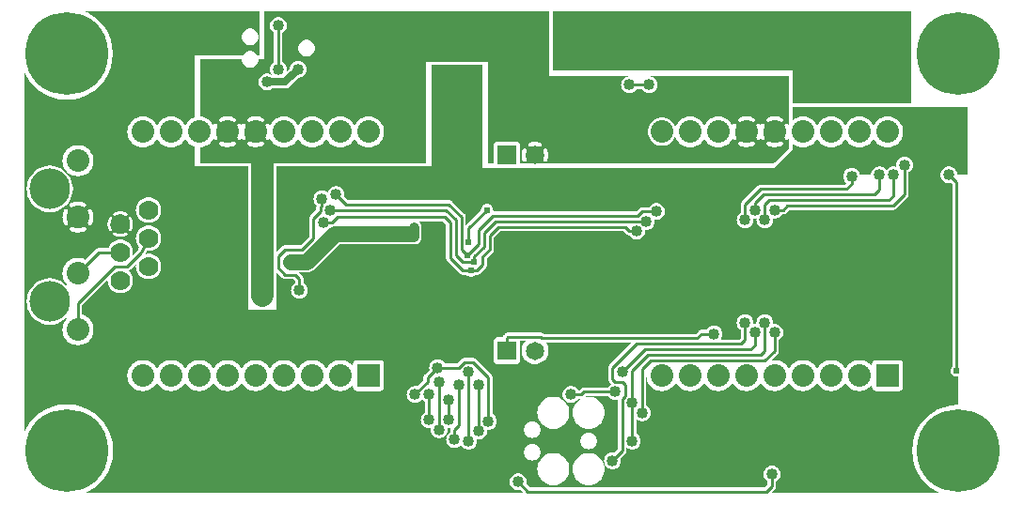
<source format=gbr>
G04 start of page 3 for group 1 idx 1 *
G04 Title: (unknown), solder *
G04 Creator: pcb 20140316 *
G04 CreationDate: Thu 02 Jul 2020 08:21:27 PM GMT UTC *
G04 For: railfan *
G04 Format: Gerber/RS-274X *
G04 PCB-Dimensions (mil): 3500.00 1750.00 *
G04 PCB-Coordinate-Origin: lower left *
%MOIN*%
%FSLAX25Y25*%
%LNBOTTOM*%
%ADD67C,0.1280*%
%ADD66C,0.0300*%
%ADD65C,0.0390*%
%ADD64C,0.0935*%
%ADD63C,0.0430*%
%ADD62C,0.0480*%
%ADD61C,0.1285*%
%ADD60C,0.0120*%
%ADD59C,0.0200*%
%ADD58C,0.0240*%
%ADD57C,0.0400*%
%ADD56C,0.1440*%
%ADD55C,0.0700*%
%ADD54C,0.0650*%
%ADD53C,0.2937*%
%ADD52C,0.0800*%
%ADD51C,0.0250*%
%ADD50C,0.0550*%
%ADD49C,0.0350*%
%ADD48C,0.0100*%
%ADD47C,0.0001*%
G54D47*G36*
X146500Y114500D02*Y154000D01*
X164500D01*
Y114500D01*
X146500D01*
G37*
G36*
X188000Y173000D02*Y119000D01*
X186832D01*
Y119670D01*
X186943Y119704D01*
X187050Y119756D01*
X187146Y119823D01*
X187231Y119905D01*
X187302Y120000D01*
X187356Y120105D01*
X187515Y120508D01*
X187632Y120925D01*
X187711Y121352D01*
X187750Y121783D01*
Y122217D01*
X187711Y122648D01*
X187632Y123075D01*
X187515Y123492D01*
X187360Y123897D01*
X187305Y124002D01*
X187234Y124097D01*
X187148Y124179D01*
X187051Y124247D01*
X186945Y124299D01*
X186832Y124334D01*
Y173000D01*
X188000D01*
G37*
G36*
X186832Y119000D02*X184945D01*
X184873Y119035D01*
X184759Y119070D01*
X184642Y119086D01*
X184523Y119084D01*
X184406Y119064D01*
X184295Y119023D01*
X184237Y119000D01*
X182998D01*
Y125247D01*
X183148D01*
X183443Y125220D01*
X183735Y125166D01*
X184020Y125086D01*
X184297Y124980D01*
X184407Y124940D01*
X184524Y124919D01*
X184642Y124917D01*
X184759Y124933D01*
X184871Y124968D01*
X184978Y125020D01*
X185074Y125087D01*
X185159Y125169D01*
X185230Y125263D01*
X185286Y125368D01*
X185324Y125479D01*
X185345Y125596D01*
X185347Y125714D01*
X185330Y125830D01*
X185296Y125943D01*
X185244Y126050D01*
X185177Y126146D01*
X185095Y126231D01*
X185000Y126302D01*
X184895Y126356D01*
X184492Y126515D01*
X184075Y126632D01*
X183648Y126711D01*
X183217Y126750D01*
X182998D01*
Y173000D01*
X186832D01*
Y124334D01*
X186831Y124334D01*
X186714Y124350D01*
X186595Y124348D01*
X186478Y124327D01*
X186366Y124289D01*
X186262Y124233D01*
X186167Y124162D01*
X186085Y124076D01*
X186017Y123979D01*
X185965Y123873D01*
X185930Y123759D01*
X185914Y123642D01*
X185916Y123523D01*
X185936Y123407D01*
X185977Y123295D01*
X186086Y123020D01*
X186166Y122735D01*
X186220Y122443D01*
X186247Y122148D01*
Y121852D01*
X186220Y121557D01*
X186166Y121265D01*
X186086Y120980D01*
X185980Y120703D01*
X185940Y120593D01*
X185919Y120476D01*
X185917Y120358D01*
X185933Y120241D01*
X185968Y120129D01*
X186020Y120022D01*
X186087Y119926D01*
X186169Y119841D01*
X186263Y119770D01*
X186368Y119714D01*
X186479Y119676D01*
X186596Y119655D01*
X186714Y119653D01*
X186830Y119670D01*
X186832Y119670D01*
Y119000D01*
G37*
G36*
X182998D02*X181755D01*
X181703Y119020D01*
X181593Y119060D01*
X181476Y119081D01*
X181358Y119083D01*
X181241Y119067D01*
X181129Y119032D01*
X181063Y119000D01*
X179168D01*
Y119666D01*
X179169Y119666D01*
X179286Y119650D01*
X179405Y119652D01*
X179522Y119673D01*
X179634Y119711D01*
X179738Y119767D01*
X179833Y119838D01*
X179915Y119924D01*
X179983Y120021D01*
X180035Y120127D01*
X180070Y120241D01*
X180086Y120358D01*
X180084Y120477D01*
X180064Y120594D01*
X180023Y120705D01*
X179914Y120980D01*
X179834Y121265D01*
X179780Y121557D01*
X179753Y121852D01*
Y122148D01*
X179780Y122443D01*
X179834Y122735D01*
X179914Y123020D01*
X180020Y123297D01*
X180060Y123407D01*
X180081Y123524D01*
X180083Y123642D01*
X180067Y123759D01*
X180032Y123871D01*
X179980Y123978D01*
X179913Y124074D01*
X179831Y124159D01*
X179737Y124230D01*
X179632Y124286D01*
X179521Y124324D01*
X179404Y124345D01*
X179286Y124347D01*
X179170Y124330D01*
X179168Y124330D01*
Y173000D01*
X182998D01*
Y126750D01*
X182783D01*
X182352Y126711D01*
X181925Y126632D01*
X181508Y126515D01*
X181103Y126360D01*
X180998Y126305D01*
X180903Y126234D01*
X180821Y126148D01*
X180753Y126051D01*
X180701Y125945D01*
X180666Y125831D01*
X180650Y125714D01*
X180652Y125595D01*
X180673Y125478D01*
X180711Y125366D01*
X180767Y125262D01*
X180838Y125167D01*
X180924Y125085D01*
X181021Y125017D01*
X181127Y124965D01*
X181241Y124930D01*
X181358Y124914D01*
X181477Y124916D01*
X181593Y124936D01*
X181705Y124977D01*
X181980Y125086D01*
X182265Y125166D01*
X182557Y125220D01*
X182852Y125247D01*
X182998D01*
Y119000D01*
G37*
G36*
X179168D02*X177749D01*
X177736Y125485D01*
X177681Y125715D01*
X177591Y125933D01*
X177467Y126134D01*
X177314Y126314D01*
X177134Y126467D01*
X176933Y126591D01*
X176715Y126681D01*
X176485Y126736D01*
X176250Y126750D01*
X169515Y126736D01*
X169285Y126681D01*
X169067Y126591D01*
X168866Y126467D01*
X168686Y126314D01*
X168533Y126134D01*
X168409Y125933D01*
X168319Y125715D01*
X168264Y125485D01*
X168250Y125250D01*
X168263Y119000D01*
X166500D01*
Y173000D01*
X179168D01*
Y124330D01*
X179057Y124296D01*
X178950Y124244D01*
X178854Y124177D01*
X178769Y124095D01*
X178698Y124000D01*
X178644Y123895D01*
X178485Y123492D01*
X178368Y123075D01*
X178289Y122648D01*
X178250Y122217D01*
Y121783D01*
X178289Y121352D01*
X178368Y120925D01*
X178485Y120508D01*
X178640Y120103D01*
X178695Y119998D01*
X178766Y119903D01*
X178852Y119821D01*
X178949Y119753D01*
X179055Y119701D01*
X179168Y119666D01*
Y119000D01*
G37*
G36*
X188000Y155000D02*X127000D01*
Y173000D01*
X188000D01*
Y155000D01*
G37*
G36*
X101995Y173000D02*X144500D01*
Y119000D01*
X101995D01*
Y125177D01*
X102295Y125053D01*
X103137Y124851D01*
X104000Y124783D01*
X104863Y124851D01*
X105705Y125053D01*
X106505Y125384D01*
X107243Y125837D01*
X107901Y126399D01*
X108463Y127057D01*
X108916Y127795D01*
X109000Y127999D01*
X109084Y127795D01*
X109537Y127057D01*
X110099Y126399D01*
X110757Y125837D01*
X111495Y125384D01*
X112295Y125053D01*
X113137Y124851D01*
X114000Y124783D01*
X114863Y124851D01*
X115705Y125053D01*
X116505Y125384D01*
X117243Y125837D01*
X117901Y126399D01*
X118463Y127057D01*
X118916Y127795D01*
X119000Y127999D01*
X119084Y127795D01*
X119537Y127057D01*
X120099Y126399D01*
X120757Y125837D01*
X121495Y125384D01*
X122295Y125053D01*
X123137Y124851D01*
X124000Y124783D01*
X124863Y124851D01*
X125705Y125053D01*
X126505Y125384D01*
X127243Y125837D01*
X127901Y126399D01*
X128463Y127057D01*
X128916Y127795D01*
X129247Y128595D01*
X129449Y129437D01*
X129500Y130300D01*
X129449Y131163D01*
X129247Y132005D01*
X128916Y132805D01*
X128463Y133543D01*
X127901Y134201D01*
X127243Y134763D01*
X126505Y135216D01*
X125705Y135547D01*
X124863Y135749D01*
X124000Y135817D01*
X123137Y135749D01*
X122295Y135547D01*
X121495Y135216D01*
X120757Y134763D01*
X120099Y134201D01*
X119537Y133543D01*
X119084Y132805D01*
X119000Y132601D01*
X118916Y132805D01*
X118463Y133543D01*
X117901Y134201D01*
X117243Y134763D01*
X116505Y135216D01*
X115705Y135547D01*
X114863Y135749D01*
X114000Y135817D01*
X113137Y135749D01*
X112295Y135547D01*
X111495Y135216D01*
X110757Y134763D01*
X110099Y134201D01*
X109537Y133543D01*
X109084Y132805D01*
X109000Y132601D01*
X108916Y132805D01*
X108463Y133543D01*
X107901Y134201D01*
X107243Y134763D01*
X106505Y135216D01*
X105705Y135547D01*
X104863Y135749D01*
X104000Y135817D01*
X103137Y135749D01*
X102295Y135547D01*
X101995Y135423D01*
Y152423D01*
X102000Y152500D01*
X101995Y152577D01*
Y157041D01*
X102000Y157041D01*
X102463Y157077D01*
X102914Y157186D01*
X103343Y157363D01*
X103739Y157606D01*
X104092Y157908D01*
X104394Y158261D01*
X104637Y158657D01*
X104814Y159086D01*
X104923Y159537D01*
X104950Y160000D01*
X104923Y160463D01*
X104814Y160914D01*
X104637Y161343D01*
X104394Y161739D01*
X104092Y162092D01*
X103739Y162394D01*
X103343Y162637D01*
X102914Y162814D01*
X102463Y162923D01*
X102000Y162959D01*
X101995Y162959D01*
Y173000D01*
G37*
G36*
Y135423D02*X101495Y135216D01*
X100757Y134763D01*
X100099Y134201D01*
X99537Y133543D01*
X99084Y132805D01*
X99000Y132601D01*
X98916Y132805D01*
X98463Y133543D01*
X97901Y134201D01*
X97243Y134763D01*
X96505Y135216D01*
X95705Y135547D01*
X94863Y135749D01*
X94000Y135817D01*
X93495Y135777D01*
Y145750D01*
X94412D01*
X94500Y145743D01*
X94853Y145771D01*
X94853Y145771D01*
X95197Y145854D01*
X95525Y145989D01*
X95827Y146174D01*
X96096Y146404D01*
X96153Y146471D01*
X99187Y149506D01*
X99471Y149528D01*
X99930Y149638D01*
X100366Y149819D01*
X100769Y150065D01*
X101128Y150372D01*
X101435Y150731D01*
X101681Y151134D01*
X101862Y151570D01*
X101972Y152029D01*
X101995Y152423D01*
Y135423D01*
G37*
G36*
Y119000D02*X93495D01*
Y124823D01*
X94000Y124783D01*
X94863Y124851D01*
X95705Y125053D01*
X96505Y125384D01*
X97243Y125837D01*
X97901Y126399D01*
X98463Y127057D01*
X98916Y127795D01*
X99000Y127999D01*
X99084Y127795D01*
X99537Y127057D01*
X100099Y126399D01*
X100757Y125837D01*
X101495Y125384D01*
X101995Y125177D01*
Y119000D01*
G37*
G36*
X93495Y173000D02*X101995D01*
Y162959D01*
X101537Y162923D01*
X101086Y162814D01*
X100657Y162637D01*
X100261Y162394D01*
X99908Y162092D01*
X99606Y161739D01*
X99363Y161343D01*
X99186Y160914D01*
X99077Y160463D01*
X99041Y160000D01*
X99077Y159537D01*
X99186Y159086D01*
X99363Y158657D01*
X99606Y158261D01*
X99908Y157908D01*
X100261Y157606D01*
X100657Y157363D01*
X101086Y157186D01*
X101537Y157077D01*
X101995Y157041D01*
Y152577D01*
X101972Y152971D01*
X101862Y153430D01*
X101681Y153866D01*
X101435Y154269D01*
X101128Y154628D01*
X100769Y154935D01*
X100366Y155181D01*
X99930Y155362D01*
X99471Y155472D01*
X99000Y155509D01*
X98529Y155472D01*
X98070Y155362D01*
X97634Y155181D01*
X97231Y154935D01*
X96872Y154628D01*
X96565Y154269D01*
X96319Y153866D01*
X96138Y153430D01*
X96028Y152971D01*
X96006Y152687D01*
X94843Y151525D01*
X94862Y151570D01*
X94972Y152029D01*
X95000Y152500D01*
X94972Y152971D01*
X94862Y153430D01*
X94681Y153866D01*
X94435Y154269D01*
X94128Y154628D01*
X93769Y154935D01*
X93500Y155099D01*
Y165401D01*
X93769Y165565D01*
X94128Y165872D01*
X94435Y166231D01*
X94681Y166634D01*
X94862Y167070D01*
X94972Y167529D01*
X95000Y168000D01*
X94972Y168471D01*
X94862Y168930D01*
X94681Y169366D01*
X94435Y169769D01*
X94128Y170128D01*
X93769Y170435D01*
X93495Y170602D01*
Y173000D01*
G37*
G36*
X87000D02*X93495D01*
Y170602D01*
X93366Y170681D01*
X92930Y170862D01*
X92471Y170972D01*
X92000Y171009D01*
X91529Y170972D01*
X91070Y170862D01*
X90634Y170681D01*
X90231Y170435D01*
X89872Y170128D01*
X89565Y169769D01*
X89319Y169366D01*
X89138Y168930D01*
X89028Y168471D01*
X88991Y168000D01*
X89028Y167529D01*
X89138Y167070D01*
X89319Y166634D01*
X89565Y166231D01*
X89872Y165872D01*
X90231Y165565D01*
X90500Y165401D01*
Y155099D01*
X90231Y154935D01*
X89872Y154628D01*
X89565Y154269D01*
X89319Y153866D01*
X89138Y153430D01*
X89028Y152971D01*
X88991Y152500D01*
X89028Y152029D01*
X89138Y151570D01*
X89319Y151134D01*
X89565Y150731D01*
X89872Y150372D01*
X90015Y150250D01*
X89985D01*
X89769Y150435D01*
X89366Y150681D01*
X88930Y150862D01*
X88471Y150972D01*
X88000Y151009D01*
X87529Y150972D01*
X87070Y150862D01*
X86634Y150681D01*
X86231Y150435D01*
X85872Y150128D01*
X85565Y149769D01*
X85319Y149366D01*
X85138Y148930D01*
X85028Y148471D01*
X84991Y148000D01*
X85028Y147529D01*
X85138Y147070D01*
X85319Y146634D01*
X85565Y146231D01*
X85872Y145872D01*
X86231Y145565D01*
X86634Y145319D01*
X87070Y145138D01*
X87529Y145028D01*
X88000Y144991D01*
X88471Y145028D01*
X88930Y145138D01*
X89366Y145319D01*
X89769Y145565D01*
X89985Y145750D01*
X93495D01*
Y135777D01*
X93137Y135749D01*
X92295Y135547D01*
X91495Y135216D01*
X90757Y134763D01*
X90099Y134201D01*
X89537Y133543D01*
X89084Y132805D01*
X88998Y132596D01*
X88910Y132792D01*
X88849Y132893D01*
X88772Y132984D01*
X88682Y133061D01*
X88580Y133123D01*
X88471Y133169D01*
X88355Y133197D01*
X88237Y133206D01*
X88119Y133197D01*
X88003Y133170D01*
X87893Y133124D01*
X87792Y133062D01*
X87702Y132986D01*
X87624Y132895D01*
X87562Y132794D01*
X87516Y132685D01*
X87489Y132569D01*
X87479Y132451D01*
X87488Y132332D01*
X87516Y132217D01*
X87563Y132108D01*
X87721Y131768D01*
X87842Y131412D01*
X87930Y131047D01*
X87982Y130675D01*
X88000Y130300D01*
X87982Y129925D01*
X87930Y129553D01*
X87842Y129188D01*
X87721Y128832D01*
X87567Y128490D01*
X87520Y128382D01*
X87493Y128267D01*
X87483Y128149D01*
X87493Y128032D01*
X87521Y127917D01*
X87566Y127808D01*
X87628Y127707D01*
X87705Y127618D01*
X87795Y127541D01*
X87895Y127480D01*
X88004Y127435D01*
X88119Y127407D01*
X88237Y127398D01*
X88355Y127408D01*
X88469Y127435D01*
X88578Y127481D01*
X88679Y127543D01*
X88769Y127619D01*
X88845Y127709D01*
X88905Y127811D01*
X88996Y128008D01*
X89084Y127795D01*
X89537Y127057D01*
X90099Y126399D01*
X90757Y125837D01*
X91495Y125384D01*
X92295Y125053D01*
X93137Y124851D01*
X93495Y124823D01*
Y119000D01*
X84002D01*
Y124794D01*
X84516Y124818D01*
X85028Y124891D01*
X85531Y125011D01*
X86020Y125178D01*
X86492Y125390D01*
X86593Y125451D01*
X86684Y125528D01*
X86761Y125618D01*
X86823Y125720D01*
X86869Y125829D01*
X86897Y125945D01*
X86906Y126063D01*
X86897Y126181D01*
X86870Y126297D01*
X86824Y126407D01*
X86762Y126508D01*
X86686Y126598D01*
X86595Y126676D01*
X86494Y126738D01*
X86385Y126784D01*
X86269Y126811D01*
X86151Y126821D01*
X86032Y126812D01*
X85917Y126784D01*
X85808Y126737D01*
X85468Y126579D01*
X85112Y126458D01*
X84747Y126370D01*
X84375Y126318D01*
X84002Y126300D01*
Y134300D01*
X84375Y134282D01*
X84747Y134230D01*
X85112Y134142D01*
X85468Y134021D01*
X85810Y133867D01*
X85918Y133820D01*
X86033Y133793D01*
X86151Y133783D01*
X86268Y133793D01*
X86383Y133821D01*
X86492Y133866D01*
X86593Y133928D01*
X86682Y134005D01*
X86759Y134095D01*
X86820Y134195D01*
X86865Y134304D01*
X86893Y134419D01*
X86902Y134537D01*
X86892Y134655D01*
X86865Y134769D01*
X86819Y134878D01*
X86757Y134979D01*
X86681Y135069D01*
X86591Y135145D01*
X86489Y135205D01*
X86020Y135422D01*
X85531Y135589D01*
X85028Y135709D01*
X84516Y135782D01*
X84002Y135806D01*
Y153831D01*
X84092Y153908D01*
X84394Y154261D01*
X84637Y154657D01*
X84814Y155086D01*
X84923Y155537D01*
X84950Y156000D01*
X87000D01*
Y173000D01*
G37*
G36*
X84002Y119000D02*X79000D01*
Y128008D01*
X79090Y127808D01*
X79151Y127707D01*
X79228Y127616D01*
X79318Y127539D01*
X79420Y127477D01*
X79529Y127431D01*
X79645Y127403D01*
X79763Y127394D01*
X79881Y127403D01*
X79997Y127430D01*
X80107Y127476D01*
X80208Y127538D01*
X80298Y127614D01*
X80376Y127705D01*
X80438Y127806D01*
X80484Y127915D01*
X80511Y128031D01*
X80521Y128149D01*
X80512Y128268D01*
X80484Y128383D01*
X80437Y128492D01*
X80279Y128832D01*
X80158Y129188D01*
X80070Y129553D01*
X80018Y129925D01*
X80000Y130300D01*
X80018Y130675D01*
X80070Y131047D01*
X80158Y131412D01*
X80279Y131768D01*
X80433Y132110D01*
X80480Y132218D01*
X80507Y132333D01*
X80517Y132451D01*
X80507Y132568D01*
X80479Y132683D01*
X80434Y132792D01*
X80372Y132893D01*
X80295Y132982D01*
X80205Y133059D01*
X80105Y133120D01*
X79996Y133165D01*
X79881Y133193D01*
X79763Y133202D01*
X79645Y133192D01*
X79531Y133165D01*
X79422Y133119D01*
X79321Y133057D01*
X79231Y132981D01*
X79155Y132891D01*
X79095Y132789D01*
X79002Y132587D01*
X79000Y132592D01*
Y156000D01*
X79041D01*
X79077Y155537D01*
X79186Y155086D01*
X79363Y154657D01*
X79606Y154261D01*
X79908Y153908D01*
X80261Y153606D01*
X80657Y153363D01*
X81086Y153186D01*
X81537Y153077D01*
X82000Y153041D01*
X82463Y153077D01*
X82914Y153186D01*
X83343Y153363D01*
X83739Y153606D01*
X84002Y153831D01*
Y135806D01*
X84000Y135806D01*
X83484Y135782D01*
X82972Y135709D01*
X82469Y135589D01*
X81980Y135422D01*
X81508Y135210D01*
X81407Y135149D01*
X81316Y135072D01*
X81239Y134982D01*
X81177Y134880D01*
X81131Y134771D01*
X81103Y134655D01*
X81094Y134537D01*
X81103Y134419D01*
X81130Y134303D01*
X81176Y134193D01*
X81238Y134092D01*
X81314Y134002D01*
X81405Y133924D01*
X81506Y133862D01*
X81615Y133816D01*
X81731Y133789D01*
X81849Y133779D01*
X81968Y133788D01*
X82083Y133816D01*
X82192Y133863D01*
X82532Y134021D01*
X82888Y134142D01*
X83253Y134230D01*
X83625Y134282D01*
X84000Y134300D01*
X84002Y134300D01*
Y126300D01*
X84000Y126300D01*
X83625Y126318D01*
X83253Y126370D01*
X82888Y126458D01*
X82532Y126579D01*
X82190Y126733D01*
X82082Y126780D01*
X81967Y126807D01*
X81849Y126817D01*
X81732Y126807D01*
X81617Y126779D01*
X81508Y126734D01*
X81407Y126672D01*
X81318Y126595D01*
X81241Y126505D01*
X81180Y126405D01*
X81135Y126296D01*
X81107Y126181D01*
X81098Y126063D01*
X81108Y125945D01*
X81135Y125831D01*
X81181Y125722D01*
X81243Y125621D01*
X81319Y125531D01*
X81409Y125455D01*
X81511Y125395D01*
X81980Y125178D01*
X82469Y125011D01*
X82972Y124891D01*
X83484Y124818D01*
X84000Y124794D01*
X84002Y124794D01*
Y119000D01*
G37*
G36*
X79000D02*X74002D01*
Y124794D01*
X74516Y124818D01*
X75028Y124891D01*
X75531Y125011D01*
X76020Y125178D01*
X76492Y125390D01*
X76593Y125451D01*
X76684Y125528D01*
X76761Y125618D01*
X76823Y125720D01*
X76869Y125829D01*
X76897Y125945D01*
X76906Y126063D01*
X76897Y126181D01*
X76870Y126297D01*
X76824Y126407D01*
X76762Y126508D01*
X76686Y126598D01*
X76595Y126676D01*
X76494Y126738D01*
X76385Y126784D01*
X76269Y126811D01*
X76151Y126821D01*
X76032Y126812D01*
X75917Y126784D01*
X75808Y126737D01*
X75468Y126579D01*
X75112Y126458D01*
X74747Y126370D01*
X74375Y126318D01*
X74002Y126300D01*
Y134300D01*
X74375Y134282D01*
X74747Y134230D01*
X75112Y134142D01*
X75468Y134021D01*
X75810Y133867D01*
X75918Y133820D01*
X76033Y133793D01*
X76151Y133783D01*
X76268Y133793D01*
X76383Y133821D01*
X76492Y133866D01*
X76593Y133928D01*
X76682Y134005D01*
X76759Y134095D01*
X76820Y134195D01*
X76865Y134304D01*
X76893Y134419D01*
X76902Y134537D01*
X76892Y134655D01*
X76865Y134769D01*
X76819Y134878D01*
X76757Y134979D01*
X76681Y135069D01*
X76591Y135145D01*
X76489Y135205D01*
X76020Y135422D01*
X75531Y135589D01*
X75028Y135709D01*
X74516Y135782D01*
X74002Y135806D01*
Y156000D01*
X79000D01*
Y132592D01*
X78910Y132792D01*
X78849Y132893D01*
X78772Y132984D01*
X78682Y133061D01*
X78580Y133123D01*
X78471Y133169D01*
X78355Y133197D01*
X78237Y133206D01*
X78119Y133197D01*
X78003Y133170D01*
X77893Y133124D01*
X77792Y133062D01*
X77702Y132986D01*
X77624Y132895D01*
X77562Y132794D01*
X77516Y132685D01*
X77489Y132569D01*
X77479Y132451D01*
X77488Y132332D01*
X77516Y132217D01*
X77563Y132108D01*
X77721Y131768D01*
X77842Y131412D01*
X77930Y131047D01*
X77982Y130675D01*
X78000Y130300D01*
X77982Y129925D01*
X77930Y129553D01*
X77842Y129188D01*
X77721Y128832D01*
X77567Y128490D01*
X77520Y128382D01*
X77493Y128267D01*
X77483Y128149D01*
X77493Y128032D01*
X77521Y127917D01*
X77566Y127808D01*
X77628Y127707D01*
X77705Y127618D01*
X77795Y127541D01*
X77895Y127480D01*
X78004Y127435D01*
X78119Y127407D01*
X78237Y127398D01*
X78355Y127408D01*
X78469Y127435D01*
X78578Y127481D01*
X78679Y127543D01*
X78769Y127619D01*
X78845Y127709D01*
X78905Y127811D01*
X78998Y128013D01*
X79000Y128008D01*
Y119000D01*
G37*
G36*
X74002D02*X64500D01*
Y124822D01*
X64863Y124851D01*
X65705Y125053D01*
X66505Y125384D01*
X67243Y125837D01*
X67901Y126399D01*
X68463Y127057D01*
X68916Y127795D01*
X69002Y128004D01*
X69090Y127808D01*
X69151Y127707D01*
X69228Y127616D01*
X69318Y127539D01*
X69420Y127477D01*
X69529Y127431D01*
X69645Y127403D01*
X69763Y127394D01*
X69881Y127403D01*
X69997Y127430D01*
X70107Y127476D01*
X70208Y127538D01*
X70298Y127614D01*
X70376Y127705D01*
X70438Y127806D01*
X70484Y127915D01*
X70511Y128031D01*
X70521Y128149D01*
X70512Y128268D01*
X70484Y128383D01*
X70437Y128492D01*
X70279Y128832D01*
X70158Y129188D01*
X70070Y129553D01*
X70018Y129925D01*
X70000Y130300D01*
X70018Y130675D01*
X70070Y131047D01*
X70158Y131412D01*
X70279Y131768D01*
X70433Y132110D01*
X70480Y132218D01*
X70507Y132333D01*
X70517Y132451D01*
X70507Y132568D01*
X70479Y132683D01*
X70434Y132792D01*
X70372Y132893D01*
X70295Y132982D01*
X70205Y133059D01*
X70105Y133120D01*
X69996Y133165D01*
X69881Y133193D01*
X69763Y133202D01*
X69645Y133192D01*
X69531Y133165D01*
X69422Y133119D01*
X69321Y133057D01*
X69231Y132981D01*
X69155Y132891D01*
X69095Y132789D01*
X69004Y132592D01*
X68916Y132805D01*
X68463Y133543D01*
X67901Y134201D01*
X67243Y134763D01*
X66505Y135216D01*
X65705Y135547D01*
X64863Y135749D01*
X64500Y135778D01*
Y156000D01*
X74002D01*
Y135806D01*
X74000Y135806D01*
X73484Y135782D01*
X72972Y135709D01*
X72469Y135589D01*
X71980Y135422D01*
X71508Y135210D01*
X71407Y135149D01*
X71316Y135072D01*
X71239Y134982D01*
X71177Y134880D01*
X71131Y134771D01*
X71103Y134655D01*
X71094Y134537D01*
X71103Y134419D01*
X71130Y134303D01*
X71176Y134193D01*
X71238Y134092D01*
X71314Y134002D01*
X71405Y133924D01*
X71506Y133862D01*
X71615Y133816D01*
X71731Y133789D01*
X71849Y133779D01*
X71968Y133788D01*
X72083Y133816D01*
X72192Y133863D01*
X72532Y134021D01*
X72888Y134142D01*
X73253Y134230D01*
X73625Y134282D01*
X74000Y134300D01*
X74002Y134300D01*
Y126300D01*
X74000Y126300D01*
X73625Y126318D01*
X73253Y126370D01*
X72888Y126458D01*
X72532Y126579D01*
X72190Y126733D01*
X72082Y126780D01*
X71967Y126807D01*
X71849Y126817D01*
X71732Y126807D01*
X71617Y126779D01*
X71508Y126734D01*
X71407Y126672D01*
X71318Y126595D01*
X71241Y126505D01*
X71180Y126405D01*
X71135Y126296D01*
X71107Y126181D01*
X71098Y126063D01*
X71108Y125945D01*
X71135Y125831D01*
X71181Y125722D01*
X71243Y125621D01*
X71319Y125531D01*
X71409Y125455D01*
X71511Y125395D01*
X71980Y125178D01*
X72469Y125011D01*
X72972Y124891D01*
X73484Y124818D01*
X74000Y124794D01*
X74002Y124794D01*
Y119000D01*
G37*
G36*
X83992Y57500D02*X138500D01*
Y39237D01*
X138372Y39128D01*
X138065Y38769D01*
X137819Y38366D01*
X137638Y37930D01*
X137528Y37471D01*
X137491Y37000D01*
X137528Y36529D01*
X137638Y36070D01*
X137819Y35634D01*
X138065Y35231D01*
X138372Y34872D01*
X138500Y34763D01*
Y2000D01*
X83992D01*
Y38184D01*
X84000Y38183D01*
X84863Y38251D01*
X85705Y38453D01*
X86505Y38784D01*
X87243Y39237D01*
X87901Y39799D01*
X88463Y40457D01*
X88916Y41195D01*
X89000Y41399D01*
X89084Y41195D01*
X89537Y40457D01*
X90099Y39799D01*
X90757Y39237D01*
X91495Y38784D01*
X92295Y38453D01*
X93137Y38251D01*
X94000Y38183D01*
X94863Y38251D01*
X95705Y38453D01*
X96505Y38784D01*
X97243Y39237D01*
X97901Y39799D01*
X98463Y40457D01*
X98916Y41195D01*
X99000Y41399D01*
X99084Y41195D01*
X99537Y40457D01*
X100099Y39799D01*
X100757Y39237D01*
X101495Y38784D01*
X102295Y38453D01*
X103137Y38251D01*
X104000Y38183D01*
X104863Y38251D01*
X105705Y38453D01*
X106505Y38784D01*
X107243Y39237D01*
X107901Y39799D01*
X108463Y40457D01*
X108916Y41195D01*
X109000Y41399D01*
X109084Y41195D01*
X109537Y40457D01*
X110099Y39799D01*
X110757Y39237D01*
X111495Y38784D01*
X112295Y38453D01*
X113137Y38251D01*
X114000Y38183D01*
X114863Y38251D01*
X115705Y38453D01*
X116505Y38784D01*
X117243Y39237D01*
X117901Y39799D01*
X118463Y40457D01*
X118512Y40537D01*
X118514Y39465D01*
X118569Y39235D01*
X118659Y39017D01*
X118783Y38816D01*
X118936Y38636D01*
X119116Y38483D01*
X119317Y38359D01*
X119535Y38269D01*
X119765Y38214D01*
X120000Y38200D01*
X128235Y38214D01*
X128465Y38269D01*
X128683Y38359D01*
X128884Y38483D01*
X129064Y38636D01*
X129217Y38816D01*
X129341Y39017D01*
X129431Y39235D01*
X129486Y39465D01*
X129500Y39700D01*
X129486Y47935D01*
X129431Y48165D01*
X129341Y48383D01*
X129217Y48584D01*
X129064Y48764D01*
X128884Y48917D01*
X128683Y49041D01*
X128465Y49131D01*
X128235Y49186D01*
X128000Y49200D01*
X119765Y49186D01*
X119535Y49131D01*
X119317Y49041D01*
X119116Y48917D01*
X118936Y48764D01*
X118783Y48584D01*
X118659Y48383D01*
X118569Y48165D01*
X118514Y47935D01*
X118500Y47700D01*
X118501Y46881D01*
X118463Y46943D01*
X117901Y47601D01*
X117243Y48163D01*
X116505Y48616D01*
X115705Y48947D01*
X114863Y49149D01*
X114000Y49217D01*
X113137Y49149D01*
X112295Y48947D01*
X111495Y48616D01*
X110757Y48163D01*
X110099Y47601D01*
X109537Y46943D01*
X109084Y46205D01*
X109000Y46001D01*
X108916Y46205D01*
X108463Y46943D01*
X107901Y47601D01*
X107243Y48163D01*
X106505Y48616D01*
X105705Y48947D01*
X104863Y49149D01*
X104000Y49217D01*
X103137Y49149D01*
X102295Y48947D01*
X101495Y48616D01*
X100757Y48163D01*
X100099Y47601D01*
X99537Y46943D01*
X99084Y46205D01*
X99000Y46001D01*
X98916Y46205D01*
X98463Y46943D01*
X97901Y47601D01*
X97243Y48163D01*
X96505Y48616D01*
X95705Y48947D01*
X94863Y49149D01*
X94000Y49217D01*
X93137Y49149D01*
X92295Y48947D01*
X91495Y48616D01*
X90757Y48163D01*
X90099Y47601D01*
X89537Y46943D01*
X89084Y46205D01*
X89000Y46001D01*
X88916Y46205D01*
X88463Y46943D01*
X87901Y47601D01*
X87243Y48163D01*
X86505Y48616D01*
X85705Y48947D01*
X84863Y49149D01*
X84000Y49217D01*
X83992Y49216D01*
Y57500D01*
G37*
G36*
X38000D02*X83992D01*
Y49216D01*
X83137Y49149D01*
X82295Y48947D01*
X81495Y48616D01*
X80757Y48163D01*
X80099Y47601D01*
X79537Y46943D01*
X79084Y46205D01*
X79000Y46001D01*
X78916Y46205D01*
X78463Y46943D01*
X77901Y47601D01*
X77243Y48163D01*
X76505Y48616D01*
X75705Y48947D01*
X74863Y49149D01*
X74000Y49217D01*
X73137Y49149D01*
X72295Y48947D01*
X71495Y48616D01*
X70757Y48163D01*
X70099Y47601D01*
X69537Y46943D01*
X69084Y46205D01*
X69000Y46001D01*
X68916Y46205D01*
X68463Y46943D01*
X67901Y47601D01*
X67243Y48163D01*
X66505Y48616D01*
X65705Y48947D01*
X64863Y49149D01*
X64000Y49217D01*
X63137Y49149D01*
X62295Y48947D01*
X61495Y48616D01*
X60757Y48163D01*
X60099Y47601D01*
X59537Y46943D01*
X59084Y46205D01*
X59000Y46001D01*
X58916Y46205D01*
X58463Y46943D01*
X57901Y47601D01*
X57243Y48163D01*
X56505Y48616D01*
X55705Y48947D01*
X54863Y49149D01*
X54000Y49217D01*
X53137Y49149D01*
X52295Y48947D01*
X51495Y48616D01*
X50757Y48163D01*
X50099Y47601D01*
X49537Y46943D01*
X49084Y46205D01*
X49000Y46001D01*
X48916Y46205D01*
X48463Y46943D01*
X47901Y47601D01*
X47243Y48163D01*
X46505Y48616D01*
X45705Y48947D01*
X44863Y49149D01*
X44000Y49217D01*
X43137Y49149D01*
X42295Y48947D01*
X41495Y48616D01*
X40757Y48163D01*
X40099Y47601D01*
X39537Y46943D01*
X39084Y46205D01*
X38753Y45405D01*
X38551Y44563D01*
X38483Y43700D01*
X38551Y42837D01*
X38753Y41995D01*
X39084Y41195D01*
X39537Y40457D01*
X40099Y39799D01*
X40757Y39237D01*
X41495Y38784D01*
X42295Y38453D01*
X43137Y38251D01*
X44000Y38183D01*
X44863Y38251D01*
X45705Y38453D01*
X46505Y38784D01*
X47243Y39237D01*
X47901Y39799D01*
X48463Y40457D01*
X48916Y41195D01*
X49000Y41399D01*
X49084Y41195D01*
X49537Y40457D01*
X50099Y39799D01*
X50757Y39237D01*
X51495Y38784D01*
X52295Y38453D01*
X53137Y38251D01*
X54000Y38183D01*
X54863Y38251D01*
X55705Y38453D01*
X56505Y38784D01*
X57243Y39237D01*
X57901Y39799D01*
X58463Y40457D01*
X58916Y41195D01*
X59000Y41399D01*
X59084Y41195D01*
X59537Y40457D01*
X60099Y39799D01*
X60757Y39237D01*
X61495Y38784D01*
X62295Y38453D01*
X63137Y38251D01*
X64000Y38183D01*
X64863Y38251D01*
X65705Y38453D01*
X66505Y38784D01*
X67243Y39237D01*
X67901Y39799D01*
X68463Y40457D01*
X68916Y41195D01*
X69000Y41399D01*
X69084Y41195D01*
X69537Y40457D01*
X70099Y39799D01*
X70757Y39237D01*
X71495Y38784D01*
X72295Y38453D01*
X73137Y38251D01*
X74000Y38183D01*
X74863Y38251D01*
X75705Y38453D01*
X76505Y38784D01*
X77243Y39237D01*
X77901Y39799D01*
X78463Y40457D01*
X78916Y41195D01*
X79000Y41399D01*
X79084Y41195D01*
X79537Y40457D01*
X80099Y39799D01*
X80757Y39237D01*
X81495Y38784D01*
X82295Y38453D01*
X83137Y38251D01*
X83992Y38184D01*
Y2000D01*
X38000D01*
Y57500D01*
G37*
G36*
X240875Y117500D02*X295158D01*
X294805Y117472D01*
X294346Y117362D01*
X293910Y117181D01*
X293507Y116935D01*
X293148Y116628D01*
X292841Y116269D01*
X292595Y115866D01*
X292414Y115430D01*
X292304Y114971D01*
X292267Y114500D01*
X292304Y114029D01*
X292414Y113570D01*
X292595Y113134D01*
X292841Y112731D01*
X293148Y112372D01*
X293473Y112095D01*
X292879Y111500D01*
X263059D01*
X263000Y111505D01*
X262765Y111486D01*
X262535Y111431D01*
X262317Y111341D01*
X262116Y111217D01*
X262115Y111217D01*
X261936Y111064D01*
X261898Y111019D01*
X256481Y105602D01*
X256436Y105564D01*
X256283Y105384D01*
X256159Y105183D01*
X256069Y104965D01*
X256014Y104735D01*
X256014Y104735D01*
X255995Y104500D01*
X256000Y104441D01*
Y101599D01*
X255731Y101435D01*
X255372Y101128D01*
X255065Y100769D01*
X254819Y100366D01*
X254638Y99930D01*
X254528Y99471D01*
X254491Y99000D01*
X254528Y98529D01*
X254638Y98070D01*
X254819Y97634D01*
X255065Y97231D01*
X255372Y96872D01*
X255731Y96565D01*
X256134Y96319D01*
X256570Y96138D01*
X257029Y96028D01*
X257500Y95991D01*
X257971Y96028D01*
X258430Y96138D01*
X258866Y96319D01*
X259269Y96565D01*
X259628Y96872D01*
X259935Y97231D01*
X260181Y97634D01*
X260362Y98070D01*
X260472Y98529D01*
X260500Y99000D01*
X260472Y99471D01*
X260454Y99546D01*
X260529Y99528D01*
X261000Y99491D01*
X261471Y99528D01*
X261546Y99546D01*
X261528Y99471D01*
X261491Y99000D01*
X261528Y98529D01*
X261638Y98070D01*
X261819Y97634D01*
X262065Y97231D01*
X262372Y96872D01*
X262731Y96565D01*
X263134Y96319D01*
X263570Y96138D01*
X264029Y96028D01*
X264500Y95991D01*
X264971Y96028D01*
X265430Y96138D01*
X265866Y96319D01*
X266269Y96565D01*
X266628Y96872D01*
X266935Y97231D01*
X267181Y97634D01*
X267362Y98070D01*
X267472Y98529D01*
X267500Y99000D01*
X267472Y99471D01*
X267454Y99546D01*
X267529Y99528D01*
X268000Y99491D01*
X268471Y99528D01*
X268930Y99638D01*
X269366Y99819D01*
X269769Y100065D01*
X270128Y100372D01*
X270435Y100731D01*
X270599Y101000D01*
X270941D01*
X271000Y100995D01*
X271235Y101014D01*
X271235Y101014D01*
X271465Y101069D01*
X271683Y101159D01*
X271884Y101283D01*
X272064Y101436D01*
X272102Y101481D01*
X273121Y102500D01*
X309941D01*
X310000Y102495D01*
X310235Y102514D01*
X310235Y102514D01*
X310465Y102569D01*
X310683Y102659D01*
X310884Y102783D01*
X311064Y102936D01*
X311102Y102981D01*
X315019Y106898D01*
X315064Y106936D01*
X315217Y107115D01*
X315217Y107116D01*
X315341Y107317D01*
X315431Y107535D01*
X315486Y107765D01*
X315505Y108000D01*
X315500Y108059D01*
Y115901D01*
X315769Y116065D01*
X316128Y116372D01*
X316435Y116731D01*
X316681Y117134D01*
X316833Y117500D01*
X328062D01*
X327955Y117435D01*
X327596Y117128D01*
X327289Y116769D01*
X327043Y116366D01*
X326862Y115930D01*
X326752Y115471D01*
X326715Y115000D01*
X326752Y114529D01*
X326862Y114070D01*
X327043Y113634D01*
X327289Y113231D01*
X327596Y112872D01*
X327955Y112565D01*
X328358Y112319D01*
X328794Y112138D01*
X329253Y112028D01*
X329724Y111991D01*
X330195Y112028D01*
X330501Y112101D01*
X331000Y111603D01*
Y47112D01*
X330940Y47060D01*
X330715Y46797D01*
X330534Y46502D01*
X330401Y46182D01*
X330320Y45845D01*
X330293Y45500D01*
X330320Y45155D01*
X330401Y44818D01*
X330534Y44498D01*
X330715Y44203D01*
X330940Y43940D01*
X331203Y43715D01*
X331498Y43534D01*
X331818Y43401D01*
X332155Y43320D01*
X332500Y43293D01*
X332845Y43320D01*
X333000Y43358D01*
Y33334D01*
X330445Y33133D01*
X327952Y32535D01*
X325584Y31554D01*
X323399Y30215D01*
X321450Y28550D01*
X319785Y26601D01*
X318446Y24416D01*
X317465Y22048D01*
X316867Y19555D01*
X316666Y17000D01*
X316867Y14445D01*
X317465Y11952D01*
X318446Y9584D01*
X319785Y7399D01*
X321450Y5450D01*
X323399Y3785D01*
X325584Y2446D01*
X326661Y2000D01*
X266621D01*
X268019Y3398D01*
X268064Y3436D01*
X268217Y3615D01*
X268217Y3616D01*
X268341Y3817D01*
X268431Y4035D01*
X268486Y4265D01*
X268505Y4500D01*
X268500Y4559D01*
Y6177D01*
X268769Y6341D01*
X269128Y6648D01*
X269435Y7007D01*
X269681Y7410D01*
X269862Y7846D01*
X269972Y8305D01*
X270000Y8776D01*
X269972Y9247D01*
X269862Y9706D01*
X269681Y10142D01*
X269435Y10545D01*
X269128Y10904D01*
X268769Y11211D01*
X268366Y11457D01*
X267930Y11638D01*
X267471Y11748D01*
X267000Y11785D01*
X266529Y11748D01*
X266070Y11638D01*
X265634Y11457D01*
X265231Y11211D01*
X264872Y10904D01*
X264565Y10545D01*
X264319Y10142D01*
X264138Y9706D01*
X264028Y9247D01*
X263991Y8776D01*
X264028Y8305D01*
X264138Y7846D01*
X264319Y7410D01*
X264565Y7007D01*
X264872Y6648D01*
X265231Y6341D01*
X265500Y6177D01*
Y5121D01*
X264379Y4000D01*
X240875D01*
Y39011D01*
X241243Y39237D01*
X241901Y39799D01*
X242463Y40457D01*
X242916Y41195D01*
X243000Y41399D01*
X243084Y41195D01*
X243537Y40457D01*
X244099Y39799D01*
X244757Y39237D01*
X245495Y38784D01*
X246295Y38453D01*
X247137Y38251D01*
X248000Y38183D01*
X248863Y38251D01*
X249705Y38453D01*
X250505Y38784D01*
X251243Y39237D01*
X251901Y39799D01*
X252463Y40457D01*
X252916Y41195D01*
X253000Y41399D01*
X253084Y41195D01*
X253537Y40457D01*
X254099Y39799D01*
X254757Y39237D01*
X255495Y38784D01*
X256295Y38453D01*
X257137Y38251D01*
X258000Y38183D01*
X258863Y38251D01*
X259705Y38453D01*
X260505Y38784D01*
X261243Y39237D01*
X261901Y39799D01*
X262463Y40457D01*
X262916Y41195D01*
X263000Y41399D01*
X263084Y41195D01*
X263537Y40457D01*
X264099Y39799D01*
X264757Y39237D01*
X265495Y38784D01*
X266295Y38453D01*
X267137Y38251D01*
X268000Y38183D01*
X268863Y38251D01*
X269705Y38453D01*
X270505Y38784D01*
X271243Y39237D01*
X271901Y39799D01*
X272463Y40457D01*
X272916Y41195D01*
X273000Y41399D01*
X273084Y41195D01*
X273537Y40457D01*
X274099Y39799D01*
X274757Y39237D01*
X275495Y38784D01*
X276295Y38453D01*
X277137Y38251D01*
X278000Y38183D01*
X278863Y38251D01*
X279705Y38453D01*
X280505Y38784D01*
X281243Y39237D01*
X281901Y39799D01*
X282463Y40457D01*
X282916Y41195D01*
X283000Y41399D01*
X283084Y41195D01*
X283537Y40457D01*
X284099Y39799D01*
X284757Y39237D01*
X285495Y38784D01*
X286295Y38453D01*
X287137Y38251D01*
X288000Y38183D01*
X288863Y38251D01*
X289705Y38453D01*
X290505Y38784D01*
X291243Y39237D01*
X291901Y39799D01*
X292463Y40457D01*
X292916Y41195D01*
X293000Y41399D01*
X293084Y41195D01*
X293537Y40457D01*
X294099Y39799D01*
X294757Y39237D01*
X295495Y38784D01*
X296295Y38453D01*
X297137Y38251D01*
X298000Y38183D01*
X298863Y38251D01*
X299705Y38453D01*
X300505Y38784D01*
X301243Y39237D01*
X301901Y39799D01*
X302463Y40457D01*
X302512Y40537D01*
X302514Y39465D01*
X302569Y39235D01*
X302659Y39017D01*
X302783Y38816D01*
X302936Y38636D01*
X303116Y38483D01*
X303317Y38359D01*
X303535Y38269D01*
X303765Y38214D01*
X304000Y38200D01*
X312235Y38214D01*
X312465Y38269D01*
X312683Y38359D01*
X312884Y38483D01*
X313064Y38636D01*
X313217Y38816D01*
X313341Y39017D01*
X313431Y39235D01*
X313486Y39465D01*
X313500Y39700D01*
X313486Y47935D01*
X313431Y48165D01*
X313341Y48383D01*
X313217Y48584D01*
X313064Y48764D01*
X312884Y48917D01*
X312683Y49041D01*
X312465Y49131D01*
X312235Y49186D01*
X312000Y49200D01*
X303765Y49186D01*
X303535Y49131D01*
X303317Y49041D01*
X303116Y48917D01*
X302936Y48764D01*
X302783Y48584D01*
X302659Y48383D01*
X302569Y48165D01*
X302514Y47935D01*
X302500Y47700D01*
X302501Y46881D01*
X302463Y46943D01*
X301901Y47601D01*
X301243Y48163D01*
X300505Y48616D01*
X299705Y48947D01*
X298863Y49149D01*
X298000Y49217D01*
X297137Y49149D01*
X296295Y48947D01*
X295495Y48616D01*
X294757Y48163D01*
X294099Y47601D01*
X293537Y46943D01*
X293084Y46205D01*
X293000Y46001D01*
X292916Y46205D01*
X292463Y46943D01*
X291901Y47601D01*
X291243Y48163D01*
X290505Y48616D01*
X289705Y48947D01*
X288863Y49149D01*
X288000Y49217D01*
X287137Y49149D01*
X286295Y48947D01*
X285495Y48616D01*
X284757Y48163D01*
X284099Y47601D01*
X283537Y46943D01*
X283084Y46205D01*
X283000Y46001D01*
X282916Y46205D01*
X282463Y46943D01*
X281901Y47601D01*
X281243Y48163D01*
X280505Y48616D01*
X279705Y48947D01*
X278863Y49149D01*
X278000Y49217D01*
X277137Y49149D01*
X276295Y48947D01*
X275495Y48616D01*
X274757Y48163D01*
X274099Y47601D01*
X273537Y46943D01*
X273084Y46205D01*
X273000Y46001D01*
X272916Y46205D01*
X272463Y46943D01*
X271901Y47601D01*
X271243Y48163D01*
X270505Y48616D01*
X269705Y48947D01*
X268863Y49149D01*
X268000Y49217D01*
X267137Y49149D01*
X266655Y49033D01*
X269019Y51398D01*
X269064Y51436D01*
X269217Y51615D01*
X269217Y51616D01*
X269341Y51817D01*
X269431Y52035D01*
X269486Y52265D01*
X269505Y52500D01*
X269500Y52559D01*
Y56401D01*
X269769Y56565D01*
X270128Y56872D01*
X270435Y57231D01*
X270681Y57634D01*
X270862Y58070D01*
X270972Y58529D01*
X271000Y59000D01*
X270972Y59471D01*
X270862Y59930D01*
X270681Y60366D01*
X270435Y60769D01*
X270128Y61128D01*
X269769Y61435D01*
X269366Y61681D01*
X268930Y61862D01*
X268471Y61972D01*
X268000Y62009D01*
X267529Y61972D01*
X267454Y61954D01*
X267472Y62029D01*
X267500Y62500D01*
X267472Y62971D01*
X267362Y63430D01*
X267181Y63866D01*
X266935Y64269D01*
X266628Y64628D01*
X266269Y64935D01*
X265866Y65181D01*
X265430Y65362D01*
X264971Y65472D01*
X264500Y65509D01*
X264029Y65472D01*
X263570Y65362D01*
X263134Y65181D01*
X262731Y64935D01*
X262372Y64628D01*
X262065Y64269D01*
X261819Y63866D01*
X261638Y63430D01*
X261528Y62971D01*
X261491Y62500D01*
X261528Y62029D01*
X261546Y61954D01*
X261471Y61972D01*
X261000Y62009D01*
X260529Y61972D01*
X260454Y61954D01*
X260472Y62029D01*
X260500Y62500D01*
X260472Y62971D01*
X260362Y63430D01*
X260181Y63866D01*
X259935Y64269D01*
X259628Y64628D01*
X259269Y64935D01*
X258866Y65181D01*
X258430Y65362D01*
X257971Y65472D01*
X257500Y65509D01*
X257029Y65472D01*
X256570Y65362D01*
X256134Y65181D01*
X255731Y64935D01*
X255372Y64628D01*
X255065Y64269D01*
X254819Y63866D01*
X254638Y63430D01*
X254528Y62971D01*
X254491Y62500D01*
X254528Y62029D01*
X254638Y61570D01*
X254819Y61134D01*
X255065Y60731D01*
X255372Y60372D01*
X255731Y60065D01*
X256000Y59901D01*
Y57121D01*
X255379Y56500D01*
X248737D01*
X248935Y56731D01*
X249181Y57134D01*
X249362Y57570D01*
X249472Y58029D01*
X249500Y58500D01*
X249472Y58971D01*
X249362Y59430D01*
X249181Y59866D01*
X248935Y60269D01*
X248628Y60628D01*
X248269Y60935D01*
X247866Y61181D01*
X247430Y61362D01*
X246971Y61472D01*
X246500Y61509D01*
X246029Y61472D01*
X245570Y61362D01*
X245134Y61181D01*
X244731Y60935D01*
X244372Y60628D01*
X244065Y60269D01*
X243901Y60000D01*
X242059D01*
X242000Y60005D01*
X241765Y59986D01*
X241535Y59931D01*
X241317Y59841D01*
X241116Y59717D01*
X241115Y59717D01*
X240936Y59564D01*
X240898Y59519D01*
X240875Y59496D01*
Y117500D01*
G37*
G36*
X201991Y24808D02*X202000Y24807D01*
X202891Y24878D01*
X203759Y25086D01*
X204584Y25428D01*
X205346Y25895D01*
X206025Y26475D01*
X206605Y27154D01*
X207072Y27916D01*
X207414Y28741D01*
X207622Y29609D01*
X207675Y30500D01*
X207622Y31391D01*
X207414Y32259D01*
X207072Y33084D01*
X206605Y33846D01*
X206025Y34525D01*
X205346Y35105D01*
X204584Y35572D01*
X203759Y35914D01*
X202891Y36122D01*
X202000Y36193D01*
X201991Y36192D01*
Y36500D01*
X208901D01*
X209065Y36231D01*
X209372Y35872D01*
X209731Y35565D01*
X210134Y35319D01*
X210570Y35138D01*
X211029Y35028D01*
X211500Y34991D01*
X211971Y35028D01*
X212430Y35138D01*
X212500Y35167D01*
Y17621D01*
X211277Y16399D01*
X210971Y16472D01*
X210500Y16509D01*
X210029Y16472D01*
X209570Y16362D01*
X209134Y16181D01*
X208731Y15935D01*
X208372Y15628D01*
X208065Y15269D01*
X207819Y14866D01*
X207638Y14430D01*
X207528Y13971D01*
X207491Y13500D01*
X207528Y13029D01*
X207638Y12570D01*
X207819Y12134D01*
X208065Y11731D01*
X208372Y11372D01*
X208731Y11065D01*
X209134Y10819D01*
X209570Y10638D01*
X210029Y10528D01*
X210500Y10491D01*
X210971Y10528D01*
X211430Y10638D01*
X211866Y10819D01*
X212269Y11065D01*
X212628Y11372D01*
X212935Y11731D01*
X213181Y12134D01*
X213362Y12570D01*
X213472Y13029D01*
X213500Y13500D01*
X213472Y13971D01*
X213399Y14277D01*
X215019Y15898D01*
X215064Y15936D01*
X215217Y16115D01*
X215217Y16116D01*
X215341Y16317D01*
X215431Y16535D01*
X215486Y16765D01*
X215505Y17000D01*
X215500Y17059D01*
Y18263D01*
X215731Y18065D01*
X216134Y17819D01*
X216570Y17638D01*
X217029Y17528D01*
X217500Y17491D01*
X217971Y17528D01*
X218430Y17638D01*
X218866Y17819D01*
X219269Y18065D01*
X219628Y18372D01*
X219935Y18731D01*
X220181Y19134D01*
X220362Y19570D01*
X220472Y20029D01*
X220500Y20500D01*
X220472Y20971D01*
X220362Y21430D01*
X220181Y21866D01*
X219935Y22269D01*
X219628Y22628D01*
X219269Y22935D01*
X219000Y23099D01*
Y28263D01*
X219231Y28065D01*
X219634Y27819D01*
X220070Y27638D01*
X220529Y27528D01*
X221000Y27491D01*
X221471Y27528D01*
X221930Y27638D01*
X222366Y27819D01*
X222769Y28065D01*
X223128Y28372D01*
X223435Y28731D01*
X223681Y29134D01*
X223862Y29570D01*
X223972Y30029D01*
X224000Y30500D01*
X223972Y30971D01*
X223862Y31430D01*
X223681Y31866D01*
X223435Y32269D01*
X223128Y32628D01*
X222769Y32935D01*
X222500Y33099D01*
Y43484D01*
X222551Y42837D01*
X222753Y41995D01*
X223084Y41195D01*
X223537Y40457D01*
X224099Y39799D01*
X224757Y39237D01*
X225495Y38784D01*
X226295Y38453D01*
X227137Y38251D01*
X228000Y38183D01*
X228863Y38251D01*
X229705Y38453D01*
X230505Y38784D01*
X231243Y39237D01*
X231901Y39799D01*
X232463Y40457D01*
X232916Y41195D01*
X233000Y41399D01*
X233084Y41195D01*
X233537Y40457D01*
X234099Y39799D01*
X234757Y39237D01*
X235495Y38784D01*
X236295Y38453D01*
X237137Y38251D01*
X238000Y38183D01*
X238863Y38251D01*
X239705Y38453D01*
X240505Y38784D01*
X240875Y39011D01*
Y4000D01*
X201991D01*
Y4808D01*
X202000Y4807D01*
X202891Y4878D01*
X203759Y5086D01*
X204584Y5428D01*
X205346Y5895D01*
X206025Y6475D01*
X206605Y7154D01*
X207072Y7916D01*
X207414Y8741D01*
X207622Y9609D01*
X207675Y10500D01*
X207622Y11391D01*
X207414Y12259D01*
X207072Y13084D01*
X206605Y13846D01*
X206025Y14525D01*
X205346Y15105D01*
X204584Y15572D01*
X203759Y15914D01*
X202891Y16122D01*
X202000Y16193D01*
X201991Y16192D01*
Y17542D01*
X202000Y17541D01*
X202463Y17577D01*
X202914Y17686D01*
X203343Y17863D01*
X203739Y18106D01*
X204092Y18408D01*
X204394Y18761D01*
X204637Y19157D01*
X204814Y19586D01*
X204923Y20037D01*
X204950Y20500D01*
X204923Y20963D01*
X204814Y21414D01*
X204637Y21843D01*
X204394Y22239D01*
X204092Y22592D01*
X203739Y22894D01*
X203343Y23137D01*
X202914Y23314D01*
X202463Y23423D01*
X202000Y23459D01*
X201991Y23458D01*
Y24808D01*
G37*
G36*
Y55500D02*X217379D01*
X209481Y47602D01*
X209436Y47564D01*
X209283Y47384D01*
X209159Y47183D01*
X209069Y46965D01*
X209014Y46735D01*
X209014Y46735D01*
X208995Y46500D01*
X209000Y46441D01*
Y42559D01*
X208995Y42500D01*
X209014Y42265D01*
X209069Y42035D01*
X209159Y41817D01*
X209283Y41616D01*
X209283Y41615D01*
X209436Y41436D01*
X209481Y41398D01*
X210179Y40700D01*
X210134Y40681D01*
X209731Y40435D01*
X209372Y40128D01*
X209065Y39769D01*
X208901Y39500D01*
X201991D01*
Y55500D01*
G37*
G36*
Y95000D02*X214379D01*
X215398Y93981D01*
X215436Y93936D01*
X215616Y93783D01*
X215817Y93659D01*
X216035Y93569D01*
X216265Y93514D01*
X216399Y93503D01*
X216565Y93231D01*
X216872Y92872D01*
X217231Y92565D01*
X217634Y92319D01*
X218070Y92138D01*
X218529Y92028D01*
X219000Y91991D01*
X219471Y92028D01*
X219930Y92138D01*
X220366Y92319D01*
X220769Y92565D01*
X221128Y92872D01*
X221435Y93231D01*
X221681Y93634D01*
X221862Y94070D01*
X221972Y94529D01*
X222000Y95000D01*
X221972Y95471D01*
X221954Y95546D01*
X222029Y95528D01*
X222500Y95491D01*
X222971Y95528D01*
X223430Y95638D01*
X223866Y95819D01*
X224269Y96065D01*
X224628Y96372D01*
X224935Y96731D01*
X225181Y97134D01*
X225362Y97570D01*
X225472Y98029D01*
X225500Y98500D01*
X225472Y98971D01*
X225454Y99046D01*
X225529Y99028D01*
X226000Y98991D01*
X226471Y99028D01*
X226930Y99138D01*
X227366Y99319D01*
X227769Y99565D01*
X228128Y99872D01*
X228435Y100231D01*
X228681Y100634D01*
X228862Y101070D01*
X228972Y101529D01*
X229000Y102000D01*
X228972Y102471D01*
X228862Y102930D01*
X228681Y103366D01*
X228435Y103769D01*
X228128Y104128D01*
X227769Y104435D01*
X227366Y104681D01*
X226930Y104862D01*
X226471Y104972D01*
X226000Y105009D01*
X225529Y104972D01*
X225070Y104862D01*
X224634Y104681D01*
X224231Y104435D01*
X223872Y104128D01*
X223565Y103769D01*
X223401Y103500D01*
X221059D01*
X221000Y103505D01*
X220765Y103486D01*
X220535Y103431D01*
X220317Y103341D01*
X220116Y103217D01*
X220115Y103217D01*
X219936Y103064D01*
X219898Y103019D01*
X218879Y102000D01*
X201991D01*
Y117500D01*
X240875D01*
Y59496D01*
X239879Y58500D01*
X201991D01*
Y95000D01*
G37*
G36*
Y36192D02*X201109Y36122D01*
X200628Y36007D01*
X201121Y36500D01*
X201991D01*
Y36192D01*
G37*
G36*
Y102000D02*X168142D01*
X168180Y102155D01*
X168200Y102500D01*
X168180Y102845D01*
X168099Y103182D01*
X167966Y103502D01*
X167785Y103797D01*
X167560Y104060D01*
X167297Y104285D01*
X167002Y104466D01*
X166682Y104599D01*
X166345Y104680D01*
X166000Y104707D01*
X165655Y104680D01*
X165318Y104599D01*
X164998Y104466D01*
X164703Y104285D01*
X164440Y104060D01*
X164215Y103797D01*
X164034Y103502D01*
X163901Y103182D01*
X163820Y102845D01*
X163793Y102500D01*
X163799Y102421D01*
X158500Y97121D01*
Y99941D01*
X158505Y100000D01*
X158486Y100235D01*
X158486Y100235D01*
X158431Y100465D01*
X158341Y100683D01*
X158217Y100884D01*
X158064Y101064D01*
X158019Y101102D01*
X153602Y105519D01*
X153564Y105564D01*
X153495Y105622D01*
Y117500D01*
X168919D01*
X169067Y117409D01*
X169285Y117319D01*
X169515Y117264D01*
X169750Y117250D01*
X176485Y117264D01*
X176715Y117319D01*
X176933Y117409D01*
X177081Y117500D01*
X181471D01*
X181508Y117485D01*
X181925Y117368D01*
X182352Y117289D01*
X182783Y117250D01*
X183217D01*
X183648Y117289D01*
X184075Y117368D01*
X184492Y117485D01*
X184531Y117500D01*
X201991D01*
Y102000D01*
G37*
G36*
X189491Y55500D02*X201991D01*
Y39500D01*
X200559D01*
X200500Y39505D01*
X200265Y39486D01*
X200035Y39431D01*
X199817Y39341D01*
X199616Y39217D01*
X199615Y39217D01*
X199436Y39064D01*
X199398Y39019D01*
X198879Y38500D01*
X198349D01*
X198185Y38769D01*
X197878Y39128D01*
X197519Y39435D01*
X197116Y39681D01*
X196680Y39862D01*
X196221Y39972D01*
X195750Y40009D01*
X195279Y39972D01*
X194820Y39862D01*
X194384Y39681D01*
X193981Y39435D01*
X193622Y39128D01*
X193315Y38769D01*
X193069Y38366D01*
X192888Y37930D01*
X192778Y37471D01*
X192741Y37000D01*
X192778Y36529D01*
X192888Y36070D01*
X193069Y35634D01*
X193315Y35231D01*
X193622Y34872D01*
X193981Y34565D01*
X194384Y34319D01*
X194820Y34138D01*
X195279Y34028D01*
X195750Y33991D01*
X196221Y34028D01*
X196680Y34138D01*
X197116Y34319D01*
X197519Y34565D01*
X197878Y34872D01*
X198185Y35231D01*
X198349Y35500D01*
X199298D01*
X198654Y35105D01*
X197975Y34525D01*
X197395Y33846D01*
X196928Y33084D01*
X196586Y32259D01*
X196378Y31391D01*
X196307Y30500D01*
X196378Y29609D01*
X196586Y28741D01*
X196928Y27916D01*
X197395Y27154D01*
X197975Y26475D01*
X198654Y25895D01*
X199416Y25428D01*
X200241Y25086D01*
X201109Y24878D01*
X201991Y24808D01*
Y23458D01*
X201537Y23423D01*
X201086Y23314D01*
X200657Y23137D01*
X200261Y22894D01*
X199908Y22592D01*
X199606Y22239D01*
X199363Y21843D01*
X199186Y21414D01*
X199077Y20963D01*
X199041Y20500D01*
X199077Y20037D01*
X199186Y19586D01*
X199363Y19157D01*
X199606Y18761D01*
X199908Y18408D01*
X200261Y18106D01*
X200657Y17863D01*
X201086Y17686D01*
X201537Y17577D01*
X201991Y17542D01*
Y16192D01*
X201109Y16122D01*
X200241Y15914D01*
X199416Y15572D01*
X198654Y15105D01*
X197975Y14525D01*
X197395Y13846D01*
X196928Y13084D01*
X196586Y12259D01*
X196378Y11391D01*
X196307Y10500D01*
X196378Y9609D01*
X196586Y8741D01*
X196928Y7916D01*
X197395Y7154D01*
X197975Y6475D01*
X198654Y5895D01*
X199416Y5428D01*
X200241Y5086D01*
X201109Y4878D01*
X201991Y4808D01*
Y4000D01*
X189491D01*
Y4808D01*
X189500Y4807D01*
X190391Y4878D01*
X191259Y5086D01*
X192084Y5428D01*
X192846Y5895D01*
X193525Y6475D01*
X194105Y7154D01*
X194572Y7916D01*
X194914Y8741D01*
X195122Y9609D01*
X195175Y10500D01*
X195122Y11391D01*
X194914Y12259D01*
X194572Y13084D01*
X194105Y13846D01*
X193525Y14525D01*
X192846Y15105D01*
X192084Y15572D01*
X191259Y15914D01*
X190391Y16122D01*
X189500Y16193D01*
X189491Y16192D01*
Y24808D01*
X189500Y24807D01*
X190391Y24878D01*
X191259Y25086D01*
X192084Y25428D01*
X192846Y25895D01*
X193525Y26475D01*
X194105Y27154D01*
X194572Y27916D01*
X194914Y28741D01*
X195122Y29609D01*
X195175Y30500D01*
X195122Y31391D01*
X194914Y32259D01*
X194572Y33084D01*
X194105Y33846D01*
X193525Y34525D01*
X192846Y35105D01*
X192084Y35572D01*
X191259Y35914D01*
X190391Y36122D01*
X189500Y36193D01*
X189491Y36192D01*
Y55500D01*
G37*
G36*
Y95000D02*X201991D01*
Y58500D01*
X189491D01*
Y95000D01*
G37*
G36*
X181995Y47856D02*X182255Y47794D01*
X183000Y47735D01*
X183745Y47794D01*
X184472Y47969D01*
X185163Y48255D01*
X185801Y48645D01*
X186369Y49131D01*
X186855Y49699D01*
X187245Y50337D01*
X187531Y51028D01*
X187706Y51755D01*
X187750Y52500D01*
X187706Y53245D01*
X187531Y53972D01*
X187245Y54663D01*
X186855Y55301D01*
X186684Y55500D01*
X189491D01*
Y36192D01*
X188609Y36122D01*
X187741Y35914D01*
X186916Y35572D01*
X186154Y35105D01*
X185475Y34525D01*
X184895Y33846D01*
X184428Y33084D01*
X184086Y32259D01*
X183878Y31391D01*
X183807Y30500D01*
X183878Y29609D01*
X184086Y28741D01*
X184428Y27916D01*
X184895Y27154D01*
X185475Y26475D01*
X186154Y25895D01*
X186916Y25428D01*
X187741Y25086D01*
X188609Y24878D01*
X189491Y24808D01*
Y16192D01*
X188609Y16122D01*
X187741Y15914D01*
X186916Y15572D01*
X186154Y15105D01*
X185475Y14525D01*
X184895Y13846D01*
X184428Y13084D01*
X184086Y12259D01*
X183878Y11391D01*
X183807Y10500D01*
X183878Y9609D01*
X184086Y8741D01*
X184428Y7916D01*
X184895Y7154D01*
X185475Y6475D01*
X186154Y5895D01*
X186916Y5428D01*
X187741Y5086D01*
X188609Y4878D01*
X189491Y4808D01*
Y4000D01*
X181995D01*
Y13541D01*
X182000Y13541D01*
X182463Y13577D01*
X182914Y13686D01*
X183343Y13863D01*
X183739Y14106D01*
X184092Y14408D01*
X184394Y14761D01*
X184637Y15157D01*
X184814Y15586D01*
X184923Y16037D01*
X184950Y16500D01*
X184923Y16963D01*
X184814Y17414D01*
X184637Y17843D01*
X184394Y18239D01*
X184092Y18592D01*
X183739Y18894D01*
X183343Y19137D01*
X182914Y19314D01*
X182463Y19423D01*
X182000Y19459D01*
X181995Y19459D01*
Y21541D01*
X182000Y21541D01*
X182463Y21577D01*
X182914Y21686D01*
X183343Y21863D01*
X183739Y22106D01*
X184092Y22408D01*
X184394Y22761D01*
X184637Y23157D01*
X184814Y23586D01*
X184923Y24037D01*
X184950Y24500D01*
X184923Y24963D01*
X184814Y25414D01*
X184637Y25843D01*
X184394Y26239D01*
X184092Y26592D01*
X183739Y26894D01*
X183343Y27137D01*
X182914Y27314D01*
X182463Y27423D01*
X182000Y27459D01*
X181995Y27459D01*
Y47856D01*
G37*
G36*
Y95000D02*X189491D01*
Y58500D01*
X186121D01*
X186102Y58519D01*
X186064Y58564D01*
X185884Y58717D01*
X185683Y58841D01*
X185465Y58931D01*
X185235Y58986D01*
X185235Y58986D01*
X185000Y59005D01*
X184941Y59000D01*
X181995D01*
Y95000D01*
G37*
G36*
X166000Y85379D02*X168019Y87398D01*
X168064Y87436D01*
X168217Y87615D01*
X168217Y87616D01*
X168341Y87817D01*
X168431Y88035D01*
X168486Y88265D01*
X168505Y88500D01*
X168500Y88559D01*
Y92879D01*
X170621Y95000D01*
X181995D01*
Y59000D01*
X173559D01*
X173500Y59005D01*
X173265Y58986D01*
X173035Y58931D01*
X172817Y58841D01*
X172616Y58717D01*
X172615Y58717D01*
X172436Y58564D01*
X172398Y58519D01*
X171981Y58102D01*
X171936Y58064D01*
X171783Y57884D01*
X171659Y57683D01*
X171569Y57465D01*
X171515Y57240D01*
X169515Y57236D01*
X169285Y57181D01*
X169067Y57091D01*
X168866Y56967D01*
X168686Y56814D01*
X168533Y56634D01*
X168409Y56433D01*
X168319Y56215D01*
X168264Y55985D01*
X168250Y55750D01*
X168264Y49015D01*
X168319Y48785D01*
X168409Y48567D01*
X168533Y48366D01*
X168686Y48186D01*
X168866Y48033D01*
X169067Y47909D01*
X169285Y47819D01*
X169515Y47764D01*
X169750Y47750D01*
X176485Y47764D01*
X176715Y47819D01*
X176933Y47909D01*
X177134Y48033D01*
X177314Y48186D01*
X177467Y48366D01*
X177591Y48567D01*
X177681Y48785D01*
X177736Y49015D01*
X177750Y49250D01*
X177736Y55985D01*
X177733Y56000D01*
X179784D01*
X179631Y55869D01*
X179145Y55301D01*
X178755Y54663D01*
X178469Y53972D01*
X178294Y53245D01*
X178235Y52500D01*
X178294Y51755D01*
X178469Y51028D01*
X178755Y50337D01*
X179145Y49699D01*
X179631Y49131D01*
X180199Y48645D01*
X180837Y48255D01*
X181528Y47969D01*
X181995Y47856D01*
Y27459D01*
X181537Y27423D01*
X181086Y27314D01*
X180657Y27137D01*
X180261Y26894D01*
X179908Y26592D01*
X179606Y26239D01*
X179363Y25843D01*
X179186Y25414D01*
X179077Y24963D01*
X179041Y24500D01*
X179077Y24037D01*
X179186Y23586D01*
X179363Y23157D01*
X179606Y22761D01*
X179908Y22408D01*
X180261Y22106D01*
X180657Y21863D01*
X181086Y21686D01*
X181537Y21577D01*
X181995Y21541D01*
Y19459D01*
X181537Y19423D01*
X181086Y19314D01*
X180657Y19137D01*
X180261Y18894D01*
X179908Y18592D01*
X179606Y18239D01*
X179363Y17843D01*
X179186Y17414D01*
X179077Y16963D01*
X179041Y16500D01*
X179077Y16037D01*
X179186Y15586D01*
X179363Y15157D01*
X179606Y14761D01*
X179908Y14408D01*
X180261Y14106D01*
X180657Y13863D01*
X181086Y13686D01*
X181537Y13577D01*
X181995Y13541D01*
Y4000D01*
X181121D01*
X179899Y5223D01*
X179972Y5529D01*
X180000Y6000D01*
X179972Y6471D01*
X179862Y6930D01*
X179681Y7366D01*
X179435Y7769D01*
X179128Y8128D01*
X178769Y8435D01*
X178366Y8681D01*
X177930Y8862D01*
X177471Y8972D01*
X177000Y9009D01*
X176529Y8972D01*
X176070Y8862D01*
X175634Y8681D01*
X175231Y8435D01*
X174872Y8128D01*
X174565Y7769D01*
X174319Y7366D01*
X174138Y6930D01*
X174028Y6471D01*
X173991Y6000D01*
X174028Y5529D01*
X174138Y5070D01*
X174319Y4634D01*
X174565Y4231D01*
X174872Y3872D01*
X175231Y3565D01*
X175634Y3319D01*
X176070Y3138D01*
X176529Y3028D01*
X177000Y2991D01*
X177471Y3028D01*
X177777Y3101D01*
X178879Y2000D01*
X153495D01*
Y18169D01*
X153570Y18138D01*
X154029Y18028D01*
X154500Y17991D01*
X154971Y18028D01*
X155430Y18138D01*
X155866Y18319D01*
X156269Y18565D01*
X156628Y18872D01*
X156832Y19112D01*
X157065Y18731D01*
X157372Y18372D01*
X157731Y18065D01*
X158134Y17819D01*
X158570Y17638D01*
X159029Y17528D01*
X159500Y17491D01*
X159971Y17528D01*
X160430Y17638D01*
X160866Y17819D01*
X161269Y18065D01*
X161628Y18372D01*
X161935Y18731D01*
X162181Y19134D01*
X162362Y19570D01*
X162472Y20029D01*
X162500Y20500D01*
X162472Y20971D01*
X162454Y21046D01*
X162529Y21028D01*
X163000Y20991D01*
X163471Y21028D01*
X163930Y21138D01*
X164366Y21319D01*
X164769Y21565D01*
X165128Y21872D01*
X165435Y22231D01*
X165681Y22634D01*
X165862Y23070D01*
X165972Y23529D01*
X166000Y24000D01*
X165972Y24471D01*
X165954Y24546D01*
X166029Y24528D01*
X166500Y24491D01*
X166971Y24528D01*
X167430Y24638D01*
X167866Y24819D01*
X168269Y25065D01*
X168628Y25372D01*
X168935Y25731D01*
X169181Y26134D01*
X169362Y26570D01*
X169472Y27029D01*
X169500Y27500D01*
X169472Y27971D01*
X169362Y28430D01*
X169181Y28866D01*
X168935Y29269D01*
X168628Y29628D01*
X168269Y29935D01*
X168000Y30099D01*
Y42941D01*
X168005Y43000D01*
X167986Y43235D01*
X167986Y43235D01*
X167931Y43465D01*
X167841Y43683D01*
X167717Y43884D01*
X167564Y44064D01*
X167519Y44102D01*
X162102Y49519D01*
X162064Y49564D01*
X161884Y49717D01*
X161683Y49841D01*
X161465Y49931D01*
X161235Y49986D01*
X161235Y49986D01*
X161000Y50005D01*
X160941Y50000D01*
X158059D01*
X158000Y50005D01*
X157765Y49986D01*
X157535Y49931D01*
X157317Y49841D01*
X157116Y49717D01*
X157115Y49717D01*
X156936Y49564D01*
X156898Y49519D01*
X155379Y48000D01*
X153495D01*
Y82883D01*
X156398Y79981D01*
X156436Y79936D01*
X156615Y79783D01*
X156616Y79783D01*
X156817Y79659D01*
X157035Y79569D01*
X157265Y79514D01*
X157500Y79495D01*
X157559Y79500D01*
X158664D01*
X158716Y79440D01*
X158979Y79215D01*
X159274Y79034D01*
X159594Y78901D01*
X159931Y78820D01*
X160276Y78793D01*
X160621Y78820D01*
X160958Y78901D01*
X161278Y79034D01*
X161573Y79215D01*
X161836Y79440D01*
X161888Y79500D01*
X162441D01*
X162500Y79495D01*
X162735Y79514D01*
X162735Y79514D01*
X162965Y79569D01*
X163183Y79659D01*
X163384Y79783D01*
X163564Y79936D01*
X163602Y79981D01*
X165519Y81898D01*
X165564Y81936D01*
X165717Y82115D01*
X165717Y82116D01*
X165841Y82317D01*
X165931Y82535D01*
X165986Y82765D01*
X166005Y83000D01*
X166000Y83059D01*
Y85379D01*
G37*
G36*
X153495Y2000D02*X81500D01*
Y38782D01*
X82295Y38453D01*
X83137Y38251D01*
X84000Y38183D01*
X84863Y38251D01*
X85705Y38453D01*
X86505Y38784D01*
X87243Y39237D01*
X87901Y39799D01*
X88463Y40457D01*
X88916Y41195D01*
X89000Y41399D01*
X89084Y41195D01*
X89537Y40457D01*
X90099Y39799D01*
X90757Y39237D01*
X91495Y38784D01*
X92295Y38453D01*
X93137Y38251D01*
X94000Y38183D01*
X94863Y38251D01*
X95705Y38453D01*
X96505Y38784D01*
X97243Y39237D01*
X97901Y39799D01*
X98463Y40457D01*
X98916Y41195D01*
X99000Y41399D01*
X99084Y41195D01*
X99537Y40457D01*
X100099Y39799D01*
X100757Y39237D01*
X101495Y38784D01*
X102295Y38453D01*
X103137Y38251D01*
X104000Y38183D01*
X104863Y38251D01*
X105705Y38453D01*
X106505Y38784D01*
X107243Y39237D01*
X107901Y39799D01*
X108463Y40457D01*
X108916Y41195D01*
X109000Y41399D01*
X109084Y41195D01*
X109537Y40457D01*
X110099Y39799D01*
X110757Y39237D01*
X111495Y38784D01*
X112295Y38453D01*
X113137Y38251D01*
X114000Y38183D01*
X114863Y38251D01*
X115705Y38453D01*
X116505Y38784D01*
X117243Y39237D01*
X117901Y39799D01*
X118463Y40457D01*
X118512Y40537D01*
X118514Y39465D01*
X118569Y39235D01*
X118659Y39017D01*
X118783Y38816D01*
X118936Y38636D01*
X119116Y38483D01*
X119317Y38359D01*
X119535Y38269D01*
X119765Y38214D01*
X120000Y38200D01*
X128235Y38214D01*
X128465Y38269D01*
X128683Y38359D01*
X128884Y38483D01*
X129064Y38636D01*
X129217Y38816D01*
X129341Y39017D01*
X129431Y39235D01*
X129486Y39465D01*
X129500Y39700D01*
X129486Y47935D01*
X129431Y48165D01*
X129341Y48383D01*
X129217Y48584D01*
X129064Y48764D01*
X128884Y48917D01*
X128683Y49041D01*
X128465Y49131D01*
X128235Y49186D01*
X128000Y49200D01*
X119765Y49186D01*
X119535Y49131D01*
X119317Y49041D01*
X119116Y48917D01*
X118936Y48764D01*
X118783Y48584D01*
X118659Y48383D01*
X118569Y48165D01*
X118514Y47935D01*
X118500Y47700D01*
X118501Y46881D01*
X118463Y46943D01*
X117901Y47601D01*
X117243Y48163D01*
X116505Y48616D01*
X115705Y48947D01*
X114863Y49149D01*
X114000Y49217D01*
X113137Y49149D01*
X112295Y48947D01*
X111495Y48616D01*
X110757Y48163D01*
X110099Y47601D01*
X109537Y46943D01*
X109084Y46205D01*
X109000Y46001D01*
X108916Y46205D01*
X108463Y46943D01*
X107901Y47601D01*
X107243Y48163D01*
X106505Y48616D01*
X105705Y48947D01*
X104863Y49149D01*
X104000Y49217D01*
X103137Y49149D01*
X102295Y48947D01*
X101495Y48616D01*
X100757Y48163D01*
X100099Y47601D01*
X99537Y46943D01*
X99084Y46205D01*
X99000Y46001D01*
X98916Y46205D01*
X98463Y46943D01*
X97901Y47601D01*
X97243Y48163D01*
X96505Y48616D01*
X95705Y48947D01*
X94863Y49149D01*
X94000Y49217D01*
X93137Y49149D01*
X92295Y48947D01*
X91495Y48616D01*
X90757Y48163D01*
X90099Y47601D01*
X89537Y46943D01*
X89084Y46205D01*
X89000Y46001D01*
X88916Y46205D01*
X88463Y46943D01*
X87901Y47601D01*
X87243Y48163D01*
X86505Y48616D01*
X85705Y48947D01*
X84863Y49149D01*
X84000Y49217D01*
X83137Y49149D01*
X82295Y48947D01*
X81500Y48618D01*
Y67000D01*
X91500D01*
Y80379D01*
X93398Y78481D01*
X93436Y78436D01*
X93616Y78283D01*
X93817Y78159D01*
X94035Y78069D01*
X94265Y78014D01*
X94500Y77995D01*
X94559Y78000D01*
X97379D01*
X98000Y77379D01*
Y76599D01*
X97731Y76435D01*
X97372Y76128D01*
X97065Y75769D01*
X96819Y75366D01*
X96638Y74930D01*
X96528Y74471D01*
X96491Y74000D01*
X96528Y73529D01*
X96638Y73070D01*
X96819Y72634D01*
X97065Y72231D01*
X97372Y71872D01*
X97731Y71565D01*
X98134Y71319D01*
X98570Y71138D01*
X99029Y71028D01*
X99500Y70991D01*
X99971Y71028D01*
X100430Y71138D01*
X100866Y71319D01*
X101269Y71565D01*
X101628Y71872D01*
X101935Y72231D01*
X102181Y72634D01*
X102362Y73070D01*
X102472Y73529D01*
X102500Y74000D01*
X102472Y74471D01*
X102362Y74930D01*
X102181Y75366D01*
X101935Y75769D01*
X101628Y76128D01*
X101269Y76435D01*
X101000Y76599D01*
Y77941D01*
X101005Y78000D01*
X100986Y78235D01*
X100931Y78465D01*
X100841Y78683D01*
X100717Y78884D01*
X100564Y79064D01*
X100519Y79102D01*
X99371Y80250D01*
X101853D01*
X102000Y80238D01*
X102588Y80285D01*
X102588Y80285D01*
X103162Y80423D01*
X103708Y80648D01*
X104211Y80957D01*
X104660Y81340D01*
X104756Y81452D01*
X113553Y90250D01*
X139892D01*
X140000Y90242D01*
X140431Y90275D01*
X140432Y90275D01*
X140852Y90377D01*
X141252Y90542D01*
X141621Y90768D01*
X141951Y91049D01*
X142232Y91379D01*
X142458Y91748D01*
X142623Y92148D01*
X142725Y92568D01*
X142758Y93000D01*
X142750Y93108D01*
Y93853D01*
X142762Y94000D01*
X142750Y94147D01*
Y96500D01*
X142725Y96932D01*
X142623Y97352D01*
X142458Y97752D01*
X142232Y98121D01*
X141951Y98451D01*
X141893Y98500D01*
X150379D01*
X151500Y97379D01*
Y85559D01*
X151495Y85500D01*
X151514Y85265D01*
X151569Y85035D01*
X151659Y84817D01*
X151783Y84616D01*
X151936Y84436D01*
X151981Y84398D01*
X153495Y82883D01*
Y48000D01*
X151099D01*
X150935Y48269D01*
X150628Y48628D01*
X150269Y48935D01*
X149866Y49181D01*
X149430Y49362D01*
X148971Y49472D01*
X148500Y49509D01*
X148029Y49472D01*
X147570Y49362D01*
X147134Y49181D01*
X146731Y48935D01*
X146372Y48628D01*
X146065Y48269D01*
X145819Y47866D01*
X145638Y47430D01*
X145528Y46971D01*
X145491Y46500D01*
X145528Y46029D01*
X145601Y45723D01*
X143981Y44102D01*
X143936Y44064D01*
X143783Y43884D01*
X143659Y43683D01*
X143569Y43465D01*
X143514Y43235D01*
X143514Y43235D01*
X143495Y43000D01*
X143500Y42941D01*
Y42121D01*
X141277Y39899D01*
X140971Y39972D01*
X140500Y40009D01*
X140029Y39972D01*
X139570Y39862D01*
X139134Y39681D01*
X138731Y39435D01*
X138372Y39128D01*
X138065Y38769D01*
X137819Y38366D01*
X137638Y37930D01*
X137528Y37471D01*
X137491Y37000D01*
X137528Y36529D01*
X137638Y36070D01*
X137819Y35634D01*
X138065Y35231D01*
X138372Y34872D01*
X138731Y34565D01*
X139134Y34319D01*
X139570Y34138D01*
X140029Y34028D01*
X140500Y33991D01*
X140971Y34028D01*
X141430Y34138D01*
X141866Y34319D01*
X142269Y34565D01*
X142628Y34872D01*
X142935Y35231D01*
X143000Y35338D01*
X143065Y35231D01*
X143372Y34872D01*
X143731Y34565D01*
X144000Y34401D01*
Y30599D01*
X143731Y30435D01*
X143372Y30128D01*
X143065Y29769D01*
X142819Y29366D01*
X142638Y28930D01*
X142528Y28471D01*
X142491Y28000D01*
X142528Y27529D01*
X142638Y27070D01*
X142819Y26634D01*
X143065Y26231D01*
X143372Y25872D01*
X143731Y25565D01*
X144134Y25319D01*
X144570Y25138D01*
X145029Y25028D01*
X145500Y24991D01*
X145971Y25028D01*
X146046Y25046D01*
X146028Y24971D01*
X145991Y24500D01*
X146028Y24029D01*
X146138Y23570D01*
X146319Y23134D01*
X146565Y22731D01*
X146872Y22372D01*
X147231Y22065D01*
X147634Y21819D01*
X148070Y21638D01*
X148529Y21528D01*
X149000Y21491D01*
X149471Y21528D01*
X149930Y21638D01*
X150366Y21819D01*
X150769Y22065D01*
X151128Y22372D01*
X151435Y22731D01*
X151681Y23134D01*
X151862Y23570D01*
X151972Y24029D01*
X152000Y24500D01*
X151972Y24971D01*
X151954Y25046D01*
X152029Y25028D01*
X152500Y24991D01*
X152971Y25028D01*
X153109Y25061D01*
X153069Y24965D01*
X153014Y24735D01*
X153014Y24735D01*
X152995Y24500D01*
X153000Y24441D01*
Y23599D01*
X152731Y23435D01*
X152372Y23128D01*
X152065Y22769D01*
X151819Y22366D01*
X151638Y21930D01*
X151528Y21471D01*
X151491Y21000D01*
X151528Y20529D01*
X151638Y20070D01*
X151819Y19634D01*
X152065Y19231D01*
X152372Y18872D01*
X152731Y18565D01*
X153134Y18319D01*
X153495Y18169D01*
Y2000D01*
G37*
G36*
Y105622D02*X153384Y105717D01*
X153183Y105841D01*
X152965Y105931D01*
X152735Y105986D01*
X152735Y105986D01*
X152500Y106005D01*
X152441Y106000D01*
X116621D01*
X115399Y107223D01*
X115472Y107529D01*
X115500Y108000D01*
X115472Y108471D01*
X115362Y108930D01*
X115181Y109366D01*
X114935Y109769D01*
X114628Y110128D01*
X114269Y110435D01*
X113866Y110681D01*
X113430Y110862D01*
X112971Y110972D01*
X112500Y111009D01*
X112029Y110972D01*
X111570Y110862D01*
X111134Y110681D01*
X110731Y110435D01*
X110372Y110128D01*
X110065Y109769D01*
X109819Y109366D01*
X109638Y108930D01*
X109576Y108672D01*
X109269Y108935D01*
X108866Y109181D01*
X108430Y109362D01*
X107971Y109472D01*
X107500Y109509D01*
X107029Y109472D01*
X106570Y109362D01*
X106134Y109181D01*
X105731Y108935D01*
X105372Y108628D01*
X105065Y108269D01*
X104819Y107866D01*
X104638Y107430D01*
X104528Y106971D01*
X104491Y106500D01*
X104528Y106029D01*
X104638Y105570D01*
X104819Y105134D01*
X105065Y104731D01*
X105372Y104372D01*
X105642Y104142D01*
X105569Y103965D01*
X105514Y103735D01*
X105514Y103735D01*
X105495Y103500D01*
X105500Y103441D01*
Y102621D01*
X103481Y100602D01*
X103436Y100564D01*
X103283Y100384D01*
X103159Y100183D01*
X103069Y99965D01*
X103014Y99735D01*
X103014Y99735D01*
X102995Y99500D01*
X103000Y99441D01*
Y93121D01*
X99879Y90000D01*
X94559D01*
X94500Y90005D01*
X94265Y89986D01*
X94035Y89931D01*
X93817Y89841D01*
X93616Y89717D01*
X93615Y89717D01*
X93436Y89564D01*
X93398Y89519D01*
X91500Y87621D01*
Y117500D01*
X153495D01*
Y105622D01*
G37*
G36*
X336500Y115000D02*X332724D01*
X332696Y115471D01*
X332586Y115930D01*
X332405Y116366D01*
X332159Y116769D01*
X331852Y117128D01*
X331493Y117435D01*
X331090Y117681D01*
X330654Y117862D01*
X330195Y117972D01*
X329724Y118009D01*
X329253Y117972D01*
X328794Y117862D01*
X328358Y117681D01*
X327955Y117435D01*
X327596Y117128D01*
X327289Y116769D01*
X327043Y116366D01*
X326862Y115930D01*
X326752Y115471D01*
X326715Y115000D01*
X315500D01*
Y115901D01*
X315769Y116065D01*
X316128Y116372D01*
X316435Y116731D01*
X316681Y117134D01*
X316862Y117570D01*
X316972Y118029D01*
X317000Y118500D01*
X316972Y118971D01*
X316862Y119430D01*
X316681Y119866D01*
X316435Y120269D01*
X316128Y120628D01*
X315769Y120935D01*
X315366Y121181D01*
X314930Y121362D01*
X314471Y121472D01*
X314000Y121509D01*
X313529Y121472D01*
X313070Y121362D01*
X312634Y121181D01*
X312231Y120935D01*
X311872Y120628D01*
X311565Y120269D01*
X311319Y119866D01*
X311138Y119430D01*
X311028Y118971D01*
X310991Y118500D01*
X311028Y118029D01*
X311083Y117798D01*
X310930Y117862D01*
X310471Y117972D01*
X310000Y118009D01*
X309529Y117972D01*
X309070Y117862D01*
X308634Y117681D01*
X308231Y117435D01*
X307872Y117128D01*
X307565Y116769D01*
X307559Y116758D01*
X307553Y116769D01*
X307246Y117128D01*
X306887Y117435D01*
X306484Y117681D01*
X306048Y117862D01*
X305589Y117972D01*
X305118Y118009D01*
X304647Y117972D01*
X304188Y117862D01*
X303752Y117681D01*
X303349Y117435D01*
X302990Y117128D01*
X302684Y116769D01*
X302437Y116366D01*
X302256Y115930D01*
X302146Y115471D01*
X302109Y115000D01*
X298241D01*
X298138Y115430D01*
X297957Y115866D01*
X297711Y116269D01*
X297404Y116628D01*
X297045Y116935D01*
X296642Y117181D01*
X296206Y117362D01*
X295747Y117472D01*
X295276Y117509D01*
X294805Y117472D01*
X294346Y117362D01*
X293910Y117181D01*
X293507Y116935D01*
X293148Y116628D01*
X292841Y116269D01*
X292595Y115866D01*
X292414Y115430D01*
X292311Y115000D01*
X274500D01*
Y126056D01*
X274757Y125837D01*
X275495Y125384D01*
X276295Y125053D01*
X277137Y124851D01*
X278000Y124783D01*
X278863Y124851D01*
X279705Y125053D01*
X280505Y125384D01*
X281243Y125837D01*
X281901Y126399D01*
X282463Y127057D01*
X282916Y127795D01*
X283000Y127999D01*
X283084Y127795D01*
X283537Y127057D01*
X284099Y126399D01*
X284757Y125837D01*
X285495Y125384D01*
X286295Y125053D01*
X287137Y124851D01*
X288000Y124783D01*
X288863Y124851D01*
X289705Y125053D01*
X290505Y125384D01*
X291243Y125837D01*
X291901Y126399D01*
X292463Y127057D01*
X292916Y127795D01*
X293000Y127999D01*
X293084Y127795D01*
X293537Y127057D01*
X294099Y126399D01*
X294757Y125837D01*
X295495Y125384D01*
X296295Y125053D01*
X297137Y124851D01*
X298000Y124783D01*
X298863Y124851D01*
X299705Y125053D01*
X300505Y125384D01*
X301243Y125837D01*
X301901Y126399D01*
X302463Y127057D01*
X302916Y127795D01*
X303000Y127999D01*
X303084Y127795D01*
X303537Y127057D01*
X304099Y126399D01*
X304757Y125837D01*
X305495Y125384D01*
X306295Y125053D01*
X307137Y124851D01*
X308000Y124783D01*
X308863Y124851D01*
X309705Y125053D01*
X310505Y125384D01*
X311243Y125837D01*
X311901Y126399D01*
X312463Y127057D01*
X312916Y127795D01*
X313247Y128595D01*
X313449Y129437D01*
X313500Y130300D01*
X313449Y131163D01*
X313247Y132005D01*
X312916Y132805D01*
X312463Y133543D01*
X311901Y134201D01*
X311243Y134763D01*
X310505Y135216D01*
X309705Y135547D01*
X308863Y135749D01*
X308000Y135817D01*
X307137Y135749D01*
X306295Y135547D01*
X305495Y135216D01*
X304757Y134763D01*
X304099Y134201D01*
X303537Y133543D01*
X303084Y132805D01*
X303000Y132601D01*
X302916Y132805D01*
X302463Y133543D01*
X301901Y134201D01*
X301243Y134763D01*
X300505Y135216D01*
X299705Y135547D01*
X298863Y135749D01*
X298000Y135817D01*
X297137Y135749D01*
X296295Y135547D01*
X295495Y135216D01*
X294757Y134763D01*
X294099Y134201D01*
X293537Y133543D01*
X293084Y132805D01*
X293000Y132601D01*
X292916Y132805D01*
X292463Y133543D01*
X291901Y134201D01*
X291243Y134763D01*
X290505Y135216D01*
X289705Y135547D01*
X288863Y135749D01*
X288000Y135817D01*
X287137Y135749D01*
X286295Y135547D01*
X285495Y135216D01*
X284757Y134763D01*
X284099Y134201D01*
X283537Y133543D01*
X283084Y132805D01*
X283000Y132601D01*
X282916Y132805D01*
X282463Y133543D01*
X281901Y134201D01*
X281243Y134763D01*
X280505Y135216D01*
X279705Y135547D01*
X278863Y135749D01*
X278000Y135817D01*
X277137Y135749D01*
X276295Y135547D01*
X275495Y135216D01*
X274757Y134763D01*
X274500Y134544D01*
Y139000D01*
X336500D01*
Y115000D01*
G37*
G36*
X189500Y173000D02*X316500D01*
Y152000D01*
X189500D01*
Y173000D01*
G37*
G36*
X268002Y150000D02*X273000D01*
Y132601D01*
X272998Y132596D01*
X272910Y132792D01*
X272849Y132893D01*
X272772Y132984D01*
X272682Y133061D01*
X272580Y133123D01*
X272471Y133169D01*
X272355Y133197D01*
X272237Y133206D01*
X272119Y133197D01*
X272003Y133170D01*
X271893Y133124D01*
X271792Y133062D01*
X271702Y132986D01*
X271624Y132895D01*
X271562Y132794D01*
X271516Y132685D01*
X271489Y132569D01*
X271479Y132451D01*
X271488Y132332D01*
X271516Y132217D01*
X271563Y132108D01*
X271721Y131768D01*
X271842Y131412D01*
X271930Y131047D01*
X271982Y130675D01*
X272000Y130300D01*
X271982Y129925D01*
X271930Y129553D01*
X271842Y129188D01*
X271721Y128832D01*
X271567Y128490D01*
X271520Y128382D01*
X271493Y128267D01*
X271483Y128149D01*
X271493Y128032D01*
X271521Y127917D01*
X271566Y127808D01*
X271628Y127707D01*
X271705Y127618D01*
X271795Y127541D01*
X271895Y127480D01*
X272004Y127435D01*
X272119Y127407D01*
X272237Y127398D01*
X272355Y127408D01*
X272469Y127435D01*
X272578Y127481D01*
X272679Y127543D01*
X272769Y127619D01*
X272845Y127709D01*
X272905Y127811D01*
X272996Y128008D01*
X273000Y127999D01*
Y124500D01*
X268002Y119502D01*
Y124794D01*
X268516Y124818D01*
X269028Y124891D01*
X269531Y125011D01*
X270020Y125178D01*
X270492Y125390D01*
X270593Y125451D01*
X270684Y125528D01*
X270761Y125618D01*
X270823Y125720D01*
X270869Y125829D01*
X270897Y125945D01*
X270906Y126063D01*
X270897Y126181D01*
X270870Y126297D01*
X270824Y126407D01*
X270762Y126508D01*
X270686Y126598D01*
X270595Y126676D01*
X270494Y126738D01*
X270385Y126784D01*
X270269Y126811D01*
X270151Y126821D01*
X270032Y126812D01*
X269917Y126784D01*
X269808Y126737D01*
X269468Y126579D01*
X269112Y126458D01*
X268747Y126370D01*
X268375Y126318D01*
X268002Y126300D01*
Y134300D01*
X268375Y134282D01*
X268747Y134230D01*
X269112Y134142D01*
X269468Y134021D01*
X269810Y133867D01*
X269918Y133820D01*
X270033Y133793D01*
X270151Y133783D01*
X270268Y133793D01*
X270383Y133821D01*
X270492Y133866D01*
X270593Y133928D01*
X270682Y134005D01*
X270759Y134095D01*
X270820Y134195D01*
X270865Y134304D01*
X270893Y134419D01*
X270902Y134537D01*
X270892Y134655D01*
X270865Y134769D01*
X270819Y134878D01*
X270757Y134979D01*
X270681Y135069D01*
X270591Y135145D01*
X270489Y135205D01*
X270020Y135422D01*
X269531Y135589D01*
X269028Y135709D01*
X268516Y135782D01*
X268002Y135806D01*
Y150000D01*
G37*
G36*
X263000D02*X268002D01*
Y135806D01*
X268000Y135806D01*
X267484Y135782D01*
X266972Y135709D01*
X266469Y135589D01*
X265980Y135422D01*
X265508Y135210D01*
X265407Y135149D01*
X265316Y135072D01*
X265239Y134982D01*
X265177Y134880D01*
X265131Y134771D01*
X265103Y134655D01*
X265094Y134537D01*
X265103Y134419D01*
X265130Y134303D01*
X265176Y134193D01*
X265238Y134092D01*
X265314Y134002D01*
X265405Y133924D01*
X265506Y133862D01*
X265615Y133816D01*
X265731Y133789D01*
X265849Y133779D01*
X265968Y133788D01*
X266083Y133816D01*
X266192Y133863D01*
X266532Y134021D01*
X266888Y134142D01*
X267253Y134230D01*
X267625Y134282D01*
X268000Y134300D01*
X268002Y134300D01*
Y126300D01*
X268000Y126300D01*
X267625Y126318D01*
X267253Y126370D01*
X266888Y126458D01*
X266532Y126579D01*
X266190Y126733D01*
X266082Y126780D01*
X265967Y126807D01*
X265849Y126817D01*
X265732Y126807D01*
X265617Y126779D01*
X265508Y126734D01*
X265407Y126672D01*
X265318Y126595D01*
X265241Y126505D01*
X265180Y126405D01*
X265135Y126296D01*
X265107Y126181D01*
X265098Y126063D01*
X265108Y125945D01*
X265135Y125831D01*
X265181Y125722D01*
X265243Y125621D01*
X265319Y125531D01*
X265409Y125455D01*
X265511Y125395D01*
X265980Y125178D01*
X266469Y125011D01*
X266972Y124891D01*
X267484Y124818D01*
X268000Y124794D01*
X268002Y124794D01*
Y119502D01*
X267500Y119000D01*
X263000D01*
Y128008D01*
X263090Y127808D01*
X263151Y127707D01*
X263228Y127616D01*
X263318Y127539D01*
X263420Y127477D01*
X263529Y127431D01*
X263645Y127403D01*
X263763Y127394D01*
X263881Y127403D01*
X263997Y127430D01*
X264107Y127476D01*
X264208Y127538D01*
X264298Y127614D01*
X264376Y127705D01*
X264438Y127806D01*
X264484Y127915D01*
X264511Y128031D01*
X264521Y128149D01*
X264512Y128268D01*
X264484Y128383D01*
X264437Y128492D01*
X264279Y128832D01*
X264158Y129188D01*
X264070Y129553D01*
X264018Y129925D01*
X264000Y130300D01*
X264018Y130675D01*
X264070Y131047D01*
X264158Y131412D01*
X264279Y131768D01*
X264433Y132110D01*
X264480Y132218D01*
X264507Y132333D01*
X264517Y132451D01*
X264507Y132568D01*
X264479Y132683D01*
X264434Y132792D01*
X264372Y132893D01*
X264295Y132982D01*
X264205Y133059D01*
X264105Y133120D01*
X263996Y133165D01*
X263881Y133193D01*
X263763Y133202D01*
X263645Y133192D01*
X263531Y133165D01*
X263422Y133119D01*
X263321Y133057D01*
X263231Y132981D01*
X263155Y132891D01*
X263095Y132789D01*
X263002Y132587D01*
X263000Y132592D01*
Y150000D01*
G37*
G36*
X258002D02*X263000D01*
Y132592D01*
X262910Y132792D01*
X262849Y132893D01*
X262772Y132984D01*
X262682Y133061D01*
X262580Y133123D01*
X262471Y133169D01*
X262355Y133197D01*
X262237Y133206D01*
X262119Y133197D01*
X262003Y133170D01*
X261893Y133124D01*
X261792Y133062D01*
X261702Y132986D01*
X261624Y132895D01*
X261562Y132794D01*
X261516Y132685D01*
X261489Y132569D01*
X261479Y132451D01*
X261488Y132332D01*
X261516Y132217D01*
X261563Y132108D01*
X261721Y131768D01*
X261842Y131412D01*
X261930Y131047D01*
X261982Y130675D01*
X262000Y130300D01*
X261982Y129925D01*
X261930Y129553D01*
X261842Y129188D01*
X261721Y128832D01*
X261567Y128490D01*
X261520Y128382D01*
X261493Y128267D01*
X261483Y128149D01*
X261493Y128032D01*
X261521Y127917D01*
X261566Y127808D01*
X261628Y127707D01*
X261705Y127618D01*
X261795Y127541D01*
X261895Y127480D01*
X262004Y127435D01*
X262119Y127407D01*
X262237Y127398D01*
X262355Y127408D01*
X262469Y127435D01*
X262578Y127481D01*
X262679Y127543D01*
X262769Y127619D01*
X262845Y127709D01*
X262905Y127811D01*
X262998Y128013D01*
X263000Y128008D01*
Y119000D01*
X258002D01*
Y124794D01*
X258516Y124818D01*
X259028Y124891D01*
X259531Y125011D01*
X260020Y125178D01*
X260492Y125390D01*
X260593Y125451D01*
X260684Y125528D01*
X260761Y125618D01*
X260823Y125720D01*
X260869Y125829D01*
X260897Y125945D01*
X260906Y126063D01*
X260897Y126181D01*
X260870Y126297D01*
X260824Y126407D01*
X260762Y126508D01*
X260686Y126598D01*
X260595Y126676D01*
X260494Y126738D01*
X260385Y126784D01*
X260269Y126811D01*
X260151Y126821D01*
X260032Y126812D01*
X259917Y126784D01*
X259808Y126737D01*
X259468Y126579D01*
X259112Y126458D01*
X258747Y126370D01*
X258375Y126318D01*
X258002Y126300D01*
Y134300D01*
X258375Y134282D01*
X258747Y134230D01*
X259112Y134142D01*
X259468Y134021D01*
X259810Y133867D01*
X259918Y133820D01*
X260033Y133793D01*
X260151Y133783D01*
X260268Y133793D01*
X260383Y133821D01*
X260492Y133866D01*
X260593Y133928D01*
X260682Y134005D01*
X260759Y134095D01*
X260820Y134195D01*
X260865Y134304D01*
X260893Y134419D01*
X260902Y134537D01*
X260892Y134655D01*
X260865Y134769D01*
X260819Y134878D01*
X260757Y134979D01*
X260681Y135069D01*
X260591Y135145D01*
X260489Y135205D01*
X260020Y135422D01*
X259531Y135589D01*
X259028Y135709D01*
X258516Y135782D01*
X258002Y135806D01*
Y150000D01*
G37*
G36*
X238753D02*X258002D01*
Y135806D01*
X258000Y135806D01*
X257484Y135782D01*
X256972Y135709D01*
X256469Y135589D01*
X255980Y135422D01*
X255508Y135210D01*
X255407Y135149D01*
X255316Y135072D01*
X255239Y134982D01*
X255177Y134880D01*
X255131Y134771D01*
X255103Y134655D01*
X255094Y134537D01*
X255103Y134419D01*
X255130Y134303D01*
X255176Y134193D01*
X255238Y134092D01*
X255314Y134002D01*
X255405Y133924D01*
X255506Y133862D01*
X255615Y133816D01*
X255731Y133789D01*
X255849Y133779D01*
X255968Y133788D01*
X256083Y133816D01*
X256192Y133863D01*
X256532Y134021D01*
X256888Y134142D01*
X257253Y134230D01*
X257625Y134282D01*
X258000Y134300D01*
X258002Y134300D01*
Y126300D01*
X258000Y126300D01*
X257625Y126318D01*
X257253Y126370D01*
X256888Y126458D01*
X256532Y126579D01*
X256190Y126733D01*
X256082Y126780D01*
X255967Y126807D01*
X255849Y126817D01*
X255732Y126807D01*
X255617Y126779D01*
X255508Y126734D01*
X255407Y126672D01*
X255318Y126595D01*
X255241Y126505D01*
X255180Y126405D01*
X255135Y126296D01*
X255107Y126181D01*
X255098Y126063D01*
X255108Y125945D01*
X255135Y125831D01*
X255181Y125722D01*
X255243Y125621D01*
X255319Y125531D01*
X255409Y125455D01*
X255511Y125395D01*
X255980Y125178D01*
X256469Y125011D01*
X256972Y124891D01*
X257484Y124818D01*
X258000Y124794D01*
X258002Y124794D01*
Y119000D01*
X238753D01*
Y124842D01*
X238863Y124851D01*
X239705Y125053D01*
X240505Y125384D01*
X241243Y125837D01*
X241901Y126399D01*
X242463Y127057D01*
X242916Y127795D01*
X243000Y127999D01*
X243084Y127795D01*
X243537Y127057D01*
X244099Y126399D01*
X244757Y125837D01*
X245495Y125384D01*
X246295Y125053D01*
X247137Y124851D01*
X248000Y124783D01*
X248863Y124851D01*
X249705Y125053D01*
X250505Y125384D01*
X251243Y125837D01*
X251901Y126399D01*
X252463Y127057D01*
X252916Y127795D01*
X253002Y128004D01*
X253090Y127808D01*
X253151Y127707D01*
X253228Y127616D01*
X253318Y127539D01*
X253420Y127477D01*
X253529Y127431D01*
X253645Y127403D01*
X253763Y127394D01*
X253881Y127403D01*
X253997Y127430D01*
X254107Y127476D01*
X254208Y127538D01*
X254298Y127614D01*
X254376Y127705D01*
X254438Y127806D01*
X254484Y127915D01*
X254511Y128031D01*
X254521Y128149D01*
X254512Y128268D01*
X254484Y128383D01*
X254437Y128492D01*
X254279Y128832D01*
X254158Y129188D01*
X254070Y129553D01*
X254018Y129925D01*
X254000Y130300D01*
X254018Y130675D01*
X254070Y131047D01*
X254158Y131412D01*
X254279Y131768D01*
X254433Y132110D01*
X254480Y132218D01*
X254507Y132333D01*
X254517Y132451D01*
X254507Y132568D01*
X254479Y132683D01*
X254434Y132792D01*
X254372Y132893D01*
X254295Y132982D01*
X254205Y133059D01*
X254105Y133120D01*
X253996Y133165D01*
X253881Y133193D01*
X253763Y133202D01*
X253645Y133192D01*
X253531Y133165D01*
X253422Y133119D01*
X253321Y133057D01*
X253231Y132981D01*
X253155Y132891D01*
X253095Y132789D01*
X253004Y132592D01*
X252916Y132805D01*
X252463Y133543D01*
X251901Y134201D01*
X251243Y134763D01*
X250505Y135216D01*
X249705Y135547D01*
X248863Y135749D01*
X248000Y135817D01*
X247137Y135749D01*
X246295Y135547D01*
X245495Y135216D01*
X244757Y134763D01*
X244099Y134201D01*
X243537Y133543D01*
X243084Y132805D01*
X243000Y132601D01*
X242916Y132805D01*
X242463Y133543D01*
X241901Y134201D01*
X241243Y134763D01*
X240505Y135216D01*
X239705Y135547D01*
X238863Y135749D01*
X238753Y135758D01*
Y150000D01*
G37*
G36*
X219099Y145500D02*X220901D01*
X221065Y145231D01*
X221372Y144872D01*
X221731Y144565D01*
X222134Y144319D01*
X222570Y144138D01*
X223029Y144028D01*
X223500Y143991D01*
X223971Y144028D01*
X224430Y144138D01*
X224866Y144319D01*
X225269Y144565D01*
X225628Y144872D01*
X225935Y145231D01*
X226181Y145634D01*
X226362Y146070D01*
X226472Y146529D01*
X226500Y147000D01*
X226472Y147471D01*
X226362Y147930D01*
X226181Y148366D01*
X225935Y148769D01*
X225628Y149128D01*
X225269Y149435D01*
X224866Y149681D01*
X224430Y149862D01*
X223971Y149972D01*
X223618Y150000D01*
X238753D01*
Y135758D01*
X238000Y135817D01*
X237137Y135749D01*
X236295Y135547D01*
X235495Y135216D01*
X234757Y134763D01*
X234099Y134201D01*
X233537Y133543D01*
X233084Y132805D01*
X232753Y132005D01*
X232736Y131933D01*
X232469Y132577D01*
X232058Y133248D01*
X231546Y133846D01*
X230948Y134358D01*
X230277Y134769D01*
X229550Y135070D01*
X228785Y135254D01*
X228000Y135315D01*
X227215Y135254D01*
X226450Y135070D01*
X225723Y134769D01*
X225052Y134358D01*
X224454Y133846D01*
X223942Y133248D01*
X223531Y132577D01*
X223230Y131850D01*
X223046Y131085D01*
X222985Y130300D01*
X223046Y129515D01*
X223230Y128750D01*
X223531Y128023D01*
X223942Y127352D01*
X224454Y126754D01*
X225052Y126242D01*
X225723Y125831D01*
X226450Y125530D01*
X227215Y125346D01*
X228000Y125285D01*
X228785Y125346D01*
X229550Y125530D01*
X230277Y125831D01*
X230948Y126242D01*
X231546Y126754D01*
X232058Y127352D01*
X232469Y128023D01*
X232736Y128667D01*
X232753Y128595D01*
X233084Y127795D01*
X233537Y127057D01*
X234099Y126399D01*
X234757Y125837D01*
X235495Y125384D01*
X236295Y125053D01*
X237137Y124851D01*
X238000Y124783D01*
X238753Y124842D01*
Y119000D01*
X186832D01*
Y119670D01*
X186943Y119704D01*
X187050Y119756D01*
X187146Y119823D01*
X187231Y119905D01*
X187302Y120000D01*
X187356Y120105D01*
X187515Y120508D01*
X187632Y120925D01*
X187711Y121352D01*
X187750Y121783D01*
Y122217D01*
X187711Y122648D01*
X187632Y123075D01*
X187515Y123492D01*
X187360Y123897D01*
X187305Y124002D01*
X187234Y124097D01*
X187148Y124179D01*
X187051Y124247D01*
X186945Y124299D01*
X186832Y124334D01*
Y150000D01*
X216382D01*
X216029Y149972D01*
X215570Y149862D01*
X215134Y149681D01*
X214731Y149435D01*
X214372Y149128D01*
X214065Y148769D01*
X213819Y148366D01*
X213638Y147930D01*
X213528Y147471D01*
X213491Y147000D01*
X213528Y146529D01*
X213638Y146070D01*
X213819Y145634D01*
X214065Y145231D01*
X214372Y144872D01*
X214731Y144565D01*
X215134Y144319D01*
X215570Y144138D01*
X216029Y144028D01*
X216500Y143991D01*
X216971Y144028D01*
X217430Y144138D01*
X217866Y144319D01*
X218269Y144565D01*
X218628Y144872D01*
X218935Y145231D01*
X219099Y145500D01*
G37*
G36*
X186832Y119000D02*X184945D01*
X184873Y119035D01*
X184759Y119070D01*
X184642Y119086D01*
X184523Y119084D01*
X184406Y119064D01*
X184295Y119023D01*
X184237Y119000D01*
X182998D01*
Y125247D01*
X183148D01*
X183443Y125220D01*
X183735Y125166D01*
X184020Y125086D01*
X184297Y124980D01*
X184407Y124940D01*
X184524Y124919D01*
X184642Y124917D01*
X184759Y124933D01*
X184871Y124968D01*
X184978Y125020D01*
X185074Y125087D01*
X185159Y125169D01*
X185230Y125263D01*
X185286Y125368D01*
X185324Y125479D01*
X185345Y125596D01*
X185347Y125714D01*
X185330Y125830D01*
X185296Y125943D01*
X185244Y126050D01*
X185177Y126146D01*
X185095Y126231D01*
X185000Y126302D01*
X184895Y126356D01*
X184492Y126515D01*
X184075Y126632D01*
X183648Y126711D01*
X183217Y126750D01*
X182998D01*
Y150000D01*
X186832D01*
Y124334D01*
X186831Y124334D01*
X186714Y124350D01*
X186595Y124348D01*
X186478Y124327D01*
X186366Y124289D01*
X186262Y124233D01*
X186167Y124162D01*
X186085Y124076D01*
X186017Y123979D01*
X185965Y123873D01*
X185930Y123759D01*
X185914Y123642D01*
X185916Y123523D01*
X185936Y123407D01*
X185977Y123295D01*
X186086Y123020D01*
X186166Y122735D01*
X186220Y122443D01*
X186247Y122148D01*
Y121852D01*
X186220Y121557D01*
X186166Y121265D01*
X186086Y120980D01*
X185980Y120703D01*
X185940Y120593D01*
X185919Y120476D01*
X185917Y120358D01*
X185933Y120241D01*
X185968Y120129D01*
X186020Y120022D01*
X186087Y119926D01*
X186169Y119841D01*
X186263Y119770D01*
X186368Y119714D01*
X186479Y119676D01*
X186596Y119655D01*
X186714Y119653D01*
X186830Y119670D01*
X186832Y119670D01*
Y119000D01*
G37*
G36*
X182998D02*X181755D01*
X181703Y119020D01*
X181593Y119060D01*
X181476Y119081D01*
X181358Y119083D01*
X181241Y119067D01*
X181129Y119032D01*
X181063Y119000D01*
X179168D01*
Y119666D01*
X179169Y119666D01*
X179286Y119650D01*
X179405Y119652D01*
X179522Y119673D01*
X179634Y119711D01*
X179738Y119767D01*
X179833Y119838D01*
X179915Y119924D01*
X179983Y120021D01*
X180035Y120127D01*
X180070Y120241D01*
X180086Y120358D01*
X180084Y120477D01*
X180064Y120594D01*
X180023Y120705D01*
X179914Y120980D01*
X179834Y121265D01*
X179780Y121557D01*
X179753Y121852D01*
Y122148D01*
X179780Y122443D01*
X179834Y122735D01*
X179914Y123020D01*
X180020Y123297D01*
X180060Y123407D01*
X180081Y123524D01*
X180083Y123642D01*
X180067Y123759D01*
X180032Y123871D01*
X179980Y123978D01*
X179913Y124074D01*
X179831Y124159D01*
X179737Y124230D01*
X179632Y124286D01*
X179521Y124324D01*
X179404Y124345D01*
X179286Y124347D01*
X179170Y124330D01*
X179168Y124330D01*
Y150000D01*
X182998D01*
Y126750D01*
X182783D01*
X182352Y126711D01*
X181925Y126632D01*
X181508Y126515D01*
X181103Y126360D01*
X180998Y126305D01*
X180903Y126234D01*
X180821Y126148D01*
X180753Y126051D01*
X180701Y125945D01*
X180666Y125831D01*
X180650Y125714D01*
X180652Y125595D01*
X180673Y125478D01*
X180711Y125366D01*
X180767Y125262D01*
X180838Y125167D01*
X180924Y125085D01*
X181021Y125017D01*
X181127Y124965D01*
X181241Y124930D01*
X181358Y124914D01*
X181477Y124916D01*
X181593Y124936D01*
X181705Y124977D01*
X181980Y125086D01*
X182265Y125166D01*
X182557Y125220D01*
X182852Y125247D01*
X182998D01*
Y119000D01*
G37*
G36*
X179168D02*X177749D01*
X177736Y125485D01*
X177681Y125715D01*
X177591Y125933D01*
X177467Y126134D01*
X177314Y126314D01*
X177134Y126467D01*
X176933Y126591D01*
X176715Y126681D01*
X176485Y126736D01*
X176250Y126750D01*
X169515Y126736D01*
X169285Y126681D01*
X169067Y126591D01*
X168866Y126467D01*
X168686Y126314D01*
X168533Y126134D01*
X168409Y125933D01*
X168319Y125715D01*
X168264Y125485D01*
X168250Y125250D01*
X168263Y119000D01*
X166500D01*
Y150000D01*
X179168D01*
Y124330D01*
X179057Y124296D01*
X178950Y124244D01*
X178854Y124177D01*
X178769Y124095D01*
X178698Y124000D01*
X178644Y123895D01*
X178485Y123492D01*
X178368Y123075D01*
X178289Y122648D01*
X178250Y122217D01*
Y121783D01*
X178289Y121352D01*
X178368Y120925D01*
X178485Y120508D01*
X178640Y120103D01*
X178695Y119998D01*
X178766Y119903D01*
X178852Y119821D01*
X178949Y119753D01*
X179055Y119701D01*
X179168Y119666D01*
Y119000D01*
G37*
G36*
X274500Y124000D02*X276000D01*
Y116000D01*
X268000D01*
Y117500D01*
X274500Y124000D01*
G37*
G36*
X316500Y173000D02*Y140500D01*
X274500D01*
Y173000D01*
X316500D01*
G37*
G36*
X78500Y119000D02*Y124500D01*
X95500D01*
Y119000D01*
X78500D01*
G37*
G36*
X91500Y115000D02*Y118000D01*
X153500D01*
Y115000D01*
X91500D01*
G37*
G36*
X81500Y53000D02*X45993D01*
Y77987D01*
X46000Y77986D01*
X46706Y78042D01*
X47395Y78207D01*
X48049Y78478D01*
X48653Y78848D01*
X49192Y79308D01*
X49652Y79847D01*
X50022Y80451D01*
X50293Y81105D01*
X50458Y81794D01*
X50500Y82500D01*
X50458Y83206D01*
X50293Y83895D01*
X50022Y84549D01*
X49652Y85153D01*
X49192Y85692D01*
X48653Y86152D01*
X48049Y86522D01*
X47395Y86793D01*
X46706Y86958D01*
X46000Y87014D01*
X45993Y87013D01*
Y87987D01*
X46000Y87986D01*
X46706Y88042D01*
X47395Y88207D01*
X48049Y88478D01*
X48653Y88848D01*
X49192Y89308D01*
X49652Y89847D01*
X50022Y90451D01*
X50293Y91105D01*
X50458Y91794D01*
X50500Y92500D01*
X50458Y93206D01*
X50293Y93895D01*
X50022Y94549D01*
X49652Y95153D01*
X49192Y95692D01*
X48653Y96152D01*
X48049Y96522D01*
X47395Y96793D01*
X46706Y96958D01*
X46000Y97014D01*
X45993Y97013D01*
Y97987D01*
X46000Y97986D01*
X46706Y98042D01*
X47395Y98207D01*
X48049Y98478D01*
X48653Y98848D01*
X49192Y99308D01*
X49652Y99847D01*
X50022Y100451D01*
X50293Y101105D01*
X50458Y101794D01*
X50500Y102500D01*
X50458Y103206D01*
X50293Y103895D01*
X50022Y104549D01*
X49652Y105153D01*
X49192Y105692D01*
X48653Y106152D01*
X48049Y106522D01*
X47395Y106793D01*
X46706Y106958D01*
X46000Y107014D01*
X45993Y107013D01*
Y118000D01*
X81500D01*
Y53000D01*
G37*
G36*
X45993Y97013D02*X45294Y96958D01*
X44605Y96793D01*
X43951Y96522D01*
X43347Y96152D01*
X42808Y95692D01*
X42348Y95153D01*
X41978Y94549D01*
X41707Y93895D01*
X41542Y93206D01*
X41486Y92500D01*
X41542Y91794D01*
X41707Y91105D01*
X41978Y90451D01*
X42348Y89847D01*
X42757Y89368D01*
X42267Y88389D01*
X40391Y86512D01*
X40458Y86794D01*
X40500Y87500D01*
X40458Y88206D01*
X40293Y88895D01*
X40022Y89549D01*
X39720Y90041D01*
Y95044D01*
X39771Y95083D01*
X39826Y95139D01*
X39870Y95204D01*
X40064Y95556D01*
X40221Y95926D01*
X40344Y96309D01*
X40433Y96700D01*
X40487Y97099D01*
X40504Y97500D01*
X40487Y97901D01*
X40433Y98300D01*
X40344Y98691D01*
X40221Y99074D01*
X40064Y99444D01*
X39874Y99798D01*
X39829Y99863D01*
X39774Y99920D01*
X39720Y99960D01*
Y118000D01*
X45993D01*
Y107013D01*
X45294Y106958D01*
X44605Y106793D01*
X43951Y106522D01*
X43347Y106152D01*
X42808Y105692D01*
X42348Y105153D01*
X41978Y104549D01*
X41707Y103895D01*
X41542Y103206D01*
X41486Y102500D01*
X41542Y101794D01*
X41707Y101105D01*
X41978Y100451D01*
X42348Y99847D01*
X42808Y99308D01*
X43347Y98848D01*
X43951Y98478D01*
X44605Y98207D01*
X45294Y98042D01*
X45993Y97987D01*
Y97013D01*
G37*
G36*
X39720Y90041D02*X39652Y90153D01*
X39192Y90692D01*
X38653Y91152D01*
X38049Y91522D01*
X37395Y91793D01*
X36706Y91958D01*
X36002Y92014D01*
Y92996D01*
X36401Y93013D01*
X36800Y93067D01*
X37191Y93156D01*
X37574Y93279D01*
X37944Y93436D01*
X38298Y93626D01*
X38363Y93671D01*
X38420Y93726D01*
X38468Y93790D01*
X38504Y93860D01*
X38530Y93935D01*
X38544Y94013D01*
X38545Y94092D01*
X38533Y94171D01*
X38510Y94246D01*
X38475Y94317D01*
X38429Y94382D01*
X38374Y94439D01*
X38311Y94487D01*
X38241Y94524D01*
X38166Y94549D01*
X38088Y94563D01*
X38008Y94564D01*
X37930Y94552D01*
X37854Y94529D01*
X37784Y94493D01*
X37510Y94343D01*
X37223Y94221D01*
X36926Y94125D01*
X36621Y94056D01*
X36312Y94014D01*
X36002Y94000D01*
Y101000D01*
X36312Y100986D01*
X36621Y100944D01*
X36926Y100875D01*
X37223Y100779D01*
X37510Y100657D01*
X37786Y100510D01*
X37855Y100474D01*
X37931Y100451D01*
X38009Y100440D01*
X38087Y100441D01*
X38165Y100454D01*
X38239Y100480D01*
X38309Y100516D01*
X38372Y100564D01*
X38427Y100620D01*
X38472Y100684D01*
X38507Y100755D01*
X38530Y100830D01*
X38541Y100908D01*
X38540Y100987D01*
X38527Y101064D01*
X38501Y101139D01*
X38465Y101208D01*
X38417Y101271D01*
X38361Y101326D01*
X38296Y101370D01*
X37944Y101564D01*
X37574Y101721D01*
X37191Y101844D01*
X36800Y101933D01*
X36401Y101987D01*
X36002Y102004D01*
Y118000D01*
X39720D01*
Y99960D01*
X39710Y99968D01*
X39640Y100004D01*
X39565Y100030D01*
X39487Y100044D01*
X39408Y100045D01*
X39329Y100033D01*
X39254Y100010D01*
X39183Y99975D01*
X39118Y99929D01*
X39061Y99874D01*
X39013Y99811D01*
X38976Y99741D01*
X38951Y99666D01*
X38937Y99588D01*
X38936Y99508D01*
X38948Y99430D01*
X38971Y99354D01*
X39007Y99284D01*
X39157Y99010D01*
X39279Y98723D01*
X39375Y98426D01*
X39444Y98121D01*
X39486Y97812D01*
X39500Y97500D01*
X39486Y97188D01*
X39444Y96879D01*
X39375Y96574D01*
X39279Y96277D01*
X39157Y95990D01*
X39010Y95714D01*
X38974Y95645D01*
X38951Y95569D01*
X38940Y95491D01*
X38941Y95413D01*
X38954Y95335D01*
X38980Y95261D01*
X39016Y95191D01*
X39064Y95128D01*
X39120Y95073D01*
X39184Y95028D01*
X39255Y94993D01*
X39330Y94970D01*
X39408Y94959D01*
X39487Y94960D01*
X39564Y94973D01*
X39639Y94999D01*
X39708Y95035D01*
X39720Y95044D01*
Y90041D01*
G37*
G36*
X36002Y92014D02*X36000Y92014D01*
X35294Y91958D01*
X34605Y91793D01*
X33951Y91522D01*
X33347Y91152D01*
X32808Y90692D01*
X32348Y90153D01*
X32000Y89585D01*
Y95437D01*
X32126Y95202D01*
X32171Y95137D01*
X32226Y95080D01*
X32290Y95032D01*
X32360Y94996D01*
X32435Y94970D01*
X32513Y94956D01*
X32592Y94955D01*
X32671Y94967D01*
X32746Y94990D01*
X32817Y95025D01*
X32882Y95071D01*
X32939Y95126D01*
X32987Y95189D01*
X33024Y95259D01*
X33049Y95334D01*
X33063Y95412D01*
X33064Y95492D01*
X33052Y95570D01*
X33029Y95646D01*
X32993Y95716D01*
X32843Y95990D01*
X32721Y96277D01*
X32625Y96574D01*
X32556Y96879D01*
X32514Y97188D01*
X32500Y97500D01*
X32514Y97812D01*
X32556Y98121D01*
X32625Y98426D01*
X32721Y98723D01*
X32843Y99010D01*
X32990Y99286D01*
X33026Y99355D01*
X33049Y99431D01*
X33060Y99509D01*
X33059Y99587D01*
X33046Y99665D01*
X33020Y99739D01*
X32984Y99809D01*
X32936Y99872D01*
X32880Y99927D01*
X32816Y99972D01*
X32745Y100007D01*
X32670Y100030D01*
X32592Y100041D01*
X32513Y100040D01*
X32436Y100027D01*
X32361Y100001D01*
X32292Y99965D01*
X32229Y99917D01*
X32174Y99861D01*
X32130Y99796D01*
X32000Y99559D01*
Y118000D01*
X36002D01*
Y102004D01*
X36000Y102004D01*
X35599Y101987D01*
X35200Y101933D01*
X34809Y101844D01*
X34426Y101721D01*
X34056Y101564D01*
X33702Y101374D01*
X33637Y101329D01*
X33580Y101274D01*
X33532Y101210D01*
X33496Y101140D01*
X33470Y101065D01*
X33456Y100987D01*
X33455Y100908D01*
X33467Y100829D01*
X33490Y100754D01*
X33525Y100683D01*
X33571Y100618D01*
X33626Y100561D01*
X33689Y100513D01*
X33759Y100476D01*
X33834Y100451D01*
X33912Y100437D01*
X33992Y100436D01*
X34070Y100448D01*
X34146Y100471D01*
X34216Y100507D01*
X34490Y100657D01*
X34777Y100779D01*
X35074Y100875D01*
X35379Y100944D01*
X35688Y100986D01*
X36000Y101000D01*
X36002Y101000D01*
Y94000D01*
X36000Y94000D01*
X35688Y94014D01*
X35379Y94056D01*
X35074Y94125D01*
X34777Y94221D01*
X34490Y94343D01*
X34214Y94490D01*
X34145Y94526D01*
X34069Y94549D01*
X33991Y94560D01*
X33913Y94559D01*
X33835Y94546D01*
X33761Y94520D01*
X33691Y94484D01*
X33628Y94436D01*
X33573Y94380D01*
X33528Y94316D01*
X33493Y94245D01*
X33470Y94170D01*
X33459Y94092D01*
X33460Y94013D01*
X33473Y93936D01*
X33499Y93861D01*
X33535Y93792D01*
X33583Y93729D01*
X33639Y93674D01*
X33704Y93630D01*
X34056Y93436D01*
X34426Y93279D01*
X34809Y93156D01*
X35200Y93067D01*
X35599Y93013D01*
X36000Y92996D01*
X36002Y92996D01*
Y92014D01*
G37*
G36*
X45993Y87013D02*X45294Y86958D01*
X44856Y86853D01*
X44865Y86877D01*
X45442Y88030D01*
X45993Y87987D01*
Y87013D01*
G37*
G36*
Y53000D02*X32000D01*
Y75415D01*
X32348Y74847D01*
X32808Y74308D01*
X33347Y73848D01*
X33951Y73478D01*
X34605Y73207D01*
X35294Y73042D01*
X36000Y72986D01*
X36706Y73042D01*
X37395Y73207D01*
X38049Y73478D01*
X38653Y73848D01*
X39192Y74308D01*
X39652Y74847D01*
X40022Y75451D01*
X40293Y76105D01*
X40458Y76794D01*
X40500Y77500D01*
X40458Y78206D01*
X40293Y78895D01*
X40022Y79549D01*
X39652Y80153D01*
X39192Y80692D01*
X38797Y81029D01*
X38965Y81069D01*
X39183Y81159D01*
X39384Y81283D01*
X39564Y81436D01*
X39602Y81481D01*
X41609Y83488D01*
X41542Y83206D01*
X41486Y82500D01*
X41542Y81794D01*
X41707Y81105D01*
X41978Y80451D01*
X42348Y79847D01*
X42808Y79308D01*
X43347Y78848D01*
X43951Y78478D01*
X44605Y78207D01*
X45294Y78042D01*
X45993Y77987D01*
Y53000D01*
G37*
G36*
X81995Y173000D02*X85500D01*
Y157500D01*
X84541D01*
X84394Y157739D01*
X84092Y158092D01*
X83739Y158394D01*
X83343Y158637D01*
X82914Y158814D01*
X82463Y158923D01*
X82000Y158959D01*
X81995Y158959D01*
Y161041D01*
X82000Y161041D01*
X82463Y161077D01*
X82914Y161186D01*
X83343Y161363D01*
X83739Y161606D01*
X84092Y161908D01*
X84394Y162261D01*
X84637Y162657D01*
X84814Y163086D01*
X84923Y163537D01*
X84950Y164000D01*
X84923Y164463D01*
X84814Y164914D01*
X84637Y165343D01*
X84394Y165739D01*
X84092Y166092D01*
X83739Y166394D01*
X83343Y166637D01*
X82914Y166814D01*
X82463Y166923D01*
X82000Y166959D01*
X81995Y166959D01*
Y173000D01*
G37*
G36*
X56000D02*X81995D01*
Y166959D01*
X81537Y166923D01*
X81086Y166814D01*
X80657Y166637D01*
X80261Y166394D01*
X79908Y166092D01*
X79606Y165739D01*
X79363Y165343D01*
X79186Y164914D01*
X79077Y164463D01*
X79041Y164000D01*
X79077Y163537D01*
X79186Y163086D01*
X79363Y162657D01*
X79606Y162261D01*
X79908Y161908D01*
X80261Y161606D01*
X80657Y161363D01*
X81086Y161186D01*
X81537Y161077D01*
X81995Y161041D01*
Y158959D01*
X81537Y158923D01*
X81086Y158814D01*
X80657Y158637D01*
X80261Y158394D01*
X79908Y158092D01*
X79606Y157739D01*
X79459Y157500D01*
X56000D01*
Y173000D01*
G37*
G36*
X62500D02*Y135596D01*
X62295Y135547D01*
X61495Y135216D01*
X60757Y134763D01*
X60099Y134201D01*
X59537Y133543D01*
X59084Y132805D01*
X59000Y132601D01*
X58916Y132805D01*
X58463Y133543D01*
X57901Y134201D01*
X57243Y134763D01*
X56505Y135216D01*
X55705Y135547D01*
X54863Y135749D01*
X54000Y135817D01*
X53137Y135749D01*
X52295Y135547D01*
X51495Y135216D01*
X50757Y134763D01*
X50099Y134201D01*
X49537Y133543D01*
X49084Y132805D01*
X49000Y132601D01*
X48916Y132805D01*
X48463Y133543D01*
X47901Y134201D01*
X47243Y134763D01*
X46505Y135216D01*
X45705Y135547D01*
X44863Y135749D01*
X44000Y135817D01*
X43137Y135749D01*
X42295Y135547D01*
X41495Y135216D01*
X40757Y134763D01*
X40099Y134201D01*
X39537Y133543D01*
X39084Y132805D01*
X38753Y132005D01*
X38551Y131163D01*
X38483Y130300D01*
X38551Y129437D01*
X38753Y128595D01*
X39084Y127795D01*
X39537Y127057D01*
X40099Y126399D01*
X40757Y125837D01*
X41495Y125384D01*
X42295Y125053D01*
X43137Y124851D01*
X44000Y124783D01*
X44863Y124851D01*
X45705Y125053D01*
X46505Y125384D01*
X47243Y125837D01*
X47901Y126399D01*
X48463Y127057D01*
X48916Y127795D01*
X49000Y127999D01*
X49084Y127795D01*
X49537Y127057D01*
X50099Y126399D01*
X50757Y125837D01*
X51495Y125384D01*
X52295Y125053D01*
X53137Y124851D01*
X54000Y124783D01*
X54863Y124851D01*
X55705Y125053D01*
X56505Y125384D01*
X57243Y125837D01*
X57901Y126399D01*
X58463Y127057D01*
X58916Y127795D01*
X59000Y127999D01*
X59084Y127795D01*
X59537Y127057D01*
X60099Y126399D01*
X60757Y125837D01*
X61495Y125384D01*
X62295Y125053D01*
X62500Y125004D01*
Y110000D01*
X34500D01*
Y173000D01*
X62500D01*
G37*
G36*
X36002D02*X40000D01*
Y134085D01*
X39537Y133543D01*
X39084Y132805D01*
X38753Y132005D01*
X38551Y131163D01*
X38483Y130300D01*
X38551Y129437D01*
X38753Y128595D01*
X39084Y127795D01*
X39537Y127057D01*
X40000Y126515D01*
Y99563D01*
X39874Y99798D01*
X39829Y99863D01*
X39774Y99920D01*
X39710Y99968D01*
X39640Y100004D01*
X39565Y100030D01*
X39487Y100044D01*
X39408Y100045D01*
X39329Y100033D01*
X39254Y100010D01*
X39183Y99975D01*
X39118Y99929D01*
X39061Y99874D01*
X39013Y99811D01*
X38976Y99741D01*
X38951Y99666D01*
X38937Y99588D01*
X38936Y99508D01*
X38948Y99430D01*
X38971Y99354D01*
X39007Y99284D01*
X39157Y99010D01*
X39279Y98723D01*
X39375Y98426D01*
X39444Y98121D01*
X39486Y97812D01*
X39500Y97500D01*
X39486Y97188D01*
X39444Y96879D01*
X39375Y96574D01*
X39279Y96277D01*
X39157Y95990D01*
X39010Y95714D01*
X38974Y95645D01*
X38951Y95569D01*
X38940Y95491D01*
X38941Y95413D01*
X38954Y95335D01*
X38980Y95261D01*
X39016Y95191D01*
X39064Y95128D01*
X39120Y95073D01*
X39184Y95028D01*
X39255Y94993D01*
X39330Y94970D01*
X39408Y94959D01*
X39487Y94960D01*
X39564Y94973D01*
X39639Y94999D01*
X39708Y95035D01*
X39771Y95083D01*
X39826Y95139D01*
X39870Y95204D01*
X40000Y95441D01*
Y89585D01*
X39652Y90153D01*
X39192Y90692D01*
X38653Y91152D01*
X38049Y91522D01*
X37395Y91793D01*
X36706Y91958D01*
X36002Y92014D01*
Y92996D01*
X36401Y93013D01*
X36800Y93067D01*
X37191Y93156D01*
X37574Y93279D01*
X37944Y93436D01*
X38298Y93626D01*
X38363Y93671D01*
X38420Y93726D01*
X38468Y93790D01*
X38504Y93860D01*
X38530Y93935D01*
X38544Y94013D01*
X38545Y94092D01*
X38533Y94171D01*
X38510Y94246D01*
X38475Y94317D01*
X38429Y94382D01*
X38374Y94439D01*
X38311Y94487D01*
X38241Y94524D01*
X38166Y94549D01*
X38088Y94563D01*
X38008Y94564D01*
X37930Y94552D01*
X37854Y94529D01*
X37784Y94493D01*
X37510Y94343D01*
X37223Y94221D01*
X36926Y94125D01*
X36621Y94056D01*
X36312Y94014D01*
X36002Y94000D01*
Y101000D01*
X36312Y100986D01*
X36621Y100944D01*
X36926Y100875D01*
X37223Y100779D01*
X37510Y100657D01*
X37786Y100510D01*
X37855Y100474D01*
X37931Y100451D01*
X38009Y100440D01*
X38087Y100441D01*
X38165Y100454D01*
X38239Y100480D01*
X38309Y100516D01*
X38372Y100564D01*
X38427Y100620D01*
X38472Y100684D01*
X38507Y100755D01*
X38530Y100830D01*
X38541Y100908D01*
X38540Y100987D01*
X38527Y101064D01*
X38501Y101139D01*
X38465Y101208D01*
X38417Y101271D01*
X38361Y101326D01*
X38296Y101370D01*
X37944Y101564D01*
X37574Y101721D01*
X37191Y101844D01*
X36800Y101933D01*
X36401Y101987D01*
X36002Y102004D01*
Y173000D01*
G37*
G36*
Y72986D02*X36706Y73042D01*
X37395Y73207D01*
X38049Y73478D01*
X38653Y73848D01*
X39192Y74308D01*
X39652Y74847D01*
X40000Y75415D01*
Y47485D01*
X39537Y46943D01*
X39084Y46205D01*
X38753Y45405D01*
X38551Y44563D01*
X38483Y43700D01*
X38551Y42837D01*
X38753Y41995D01*
X39084Y41195D01*
X39537Y40457D01*
X40000Y39915D01*
Y2000D01*
X36002D01*
Y72986D01*
G37*
G36*
X32280Y152336D02*X32535Y152952D01*
X33133Y155445D01*
X33284Y158000D01*
X33133Y160555D01*
X32535Y163048D01*
X32280Y163664D01*
Y173000D01*
X36002D01*
Y102004D01*
X36000Y102004D01*
X35599Y101987D01*
X35200Y101933D01*
X34809Y101844D01*
X34426Y101721D01*
X34056Y101564D01*
X33702Y101374D01*
X33637Y101329D01*
X33580Y101274D01*
X33532Y101210D01*
X33496Y101140D01*
X33470Y101065D01*
X33456Y100987D01*
X33455Y100908D01*
X33467Y100829D01*
X33490Y100754D01*
X33525Y100683D01*
X33571Y100618D01*
X33626Y100561D01*
X33689Y100513D01*
X33759Y100476D01*
X33834Y100451D01*
X33912Y100437D01*
X33992Y100436D01*
X34070Y100448D01*
X34146Y100471D01*
X34216Y100507D01*
X34490Y100657D01*
X34777Y100779D01*
X35074Y100875D01*
X35379Y100944D01*
X35688Y100986D01*
X36000Y101000D01*
X36002Y101000D01*
Y94000D01*
X36000Y94000D01*
X35688Y94014D01*
X35379Y94056D01*
X35074Y94125D01*
X34777Y94221D01*
X34490Y94343D01*
X34214Y94490D01*
X34145Y94526D01*
X34069Y94549D01*
X33991Y94560D01*
X33913Y94559D01*
X33835Y94546D01*
X33761Y94520D01*
X33691Y94484D01*
X33628Y94436D01*
X33573Y94380D01*
X33528Y94316D01*
X33493Y94245D01*
X33470Y94170D01*
X33459Y94092D01*
X33460Y94013D01*
X33473Y93936D01*
X33499Y93861D01*
X33535Y93792D01*
X33583Y93729D01*
X33639Y93674D01*
X33704Y93630D01*
X34056Y93436D01*
X34426Y93279D01*
X34809Y93156D01*
X35200Y93067D01*
X35599Y93013D01*
X36000Y92996D01*
X36002Y92996D01*
Y92014D01*
X36000Y92014D01*
X35294Y91958D01*
X34605Y91793D01*
X33951Y91522D01*
X33347Y91152D01*
X32808Y90692D01*
X32348Y90153D01*
X32280Y90041D01*
Y95040D01*
X32290Y95032D01*
X32360Y94996D01*
X32435Y94970D01*
X32513Y94956D01*
X32592Y94955D01*
X32671Y94967D01*
X32746Y94990D01*
X32817Y95025D01*
X32882Y95071D01*
X32939Y95126D01*
X32987Y95189D01*
X33024Y95259D01*
X33049Y95334D01*
X33063Y95412D01*
X33064Y95492D01*
X33052Y95570D01*
X33029Y95646D01*
X32993Y95716D01*
X32843Y95990D01*
X32721Y96277D01*
X32625Y96574D01*
X32556Y96879D01*
X32514Y97188D01*
X32500Y97500D01*
X32514Y97812D01*
X32556Y98121D01*
X32625Y98426D01*
X32721Y98723D01*
X32843Y99010D01*
X32990Y99286D01*
X33026Y99355D01*
X33049Y99431D01*
X33060Y99509D01*
X33059Y99587D01*
X33046Y99665D01*
X33020Y99739D01*
X32984Y99809D01*
X32936Y99872D01*
X32880Y99927D01*
X32816Y99972D01*
X32745Y100007D01*
X32670Y100030D01*
X32592Y100041D01*
X32513Y100040D01*
X32436Y100027D01*
X32361Y100001D01*
X32292Y99965D01*
X32280Y99956D01*
Y152336D01*
G37*
G36*
Y74959D02*X32348Y74847D01*
X32808Y74308D01*
X33347Y73848D01*
X33951Y73478D01*
X34605Y73207D01*
X35294Y73042D01*
X36000Y72986D01*
X36002Y72986D01*
Y2000D01*
X32280D01*
Y11075D01*
X32630Y11921D01*
X33232Y14429D01*
X33384Y17000D01*
X33232Y19571D01*
X32630Y22079D01*
X32280Y22925D01*
Y74959D01*
G37*
G36*
Y163664D02*X31554Y165416D01*
X30215Y167601D01*
X28550Y169550D01*
X26601Y171215D01*
X24416Y172554D01*
X23339Y173000D01*
X32280D01*
Y163664D01*
G37*
G36*
Y2000D02*X23600D01*
X24461Y2357D01*
X26660Y3704D01*
X28621Y5379D01*
X30296Y7340D01*
X31643Y9539D01*
X32280Y11075D01*
Y2000D01*
G37*
G36*
X20992Y54484D02*X21000Y54483D01*
X21863Y54551D01*
X22705Y54753D01*
X23505Y55084D01*
X24243Y55537D01*
X24901Y56099D01*
X25463Y56757D01*
X25916Y57495D01*
X26247Y58295D01*
X26449Y59137D01*
X26500Y60000D01*
X26449Y60863D01*
X26247Y61705D01*
X25916Y62505D01*
X25463Y63243D01*
X24901Y63901D01*
X24243Y64463D01*
X23505Y64916D01*
X22705Y65247D01*
X22500Y65296D01*
Y68879D01*
X31517Y77896D01*
X31486Y77500D01*
X31542Y76794D01*
X31707Y76105D01*
X31978Y75451D01*
X32280Y74959D01*
Y22925D01*
X31643Y24461D01*
X30296Y26660D01*
X28621Y28621D01*
X26660Y30296D01*
X24461Y31643D01*
X22079Y32630D01*
X20992Y32891D01*
Y54484D01*
G37*
G36*
X31751Y89000D02*X28559D01*
X28500Y89005D01*
X28265Y88986D01*
X28035Y88931D01*
X27817Y88841D01*
X27616Y88717D01*
X27615Y88717D01*
X27436Y88564D01*
X27398Y88519D01*
X25493Y86614D01*
Y97145D01*
X25578Y97181D01*
X25679Y97243D01*
X25769Y97319D01*
X25845Y97409D01*
X25905Y97511D01*
X26122Y97980D01*
X26289Y98469D01*
X26409Y98972D01*
X26482Y99484D01*
X26506Y100000D01*
X26482Y100516D01*
X26409Y101028D01*
X26289Y101531D01*
X26122Y102020D01*
X25910Y102492D01*
X25849Y102593D01*
X25772Y102684D01*
X25682Y102761D01*
X25580Y102823D01*
X25493Y102860D01*
Y116805D01*
X25916Y117495D01*
X26247Y118295D01*
X26449Y119137D01*
X26500Y120000D01*
X26449Y120863D01*
X26247Y121705D01*
X25916Y122505D01*
X25493Y123195D01*
Y144106D01*
X26601Y144785D01*
X28550Y146450D01*
X30215Y148399D01*
X31554Y150584D01*
X32280Y152336D01*
Y99956D01*
X32229Y99917D01*
X32174Y99861D01*
X32130Y99796D01*
X31936Y99444D01*
X31779Y99074D01*
X31656Y98691D01*
X31567Y98300D01*
X31513Y97901D01*
X31496Y97500D01*
X31513Y97099D01*
X31567Y96700D01*
X31656Y96309D01*
X31779Y95926D01*
X31936Y95556D01*
X32126Y95202D01*
X32171Y95137D01*
X32226Y95080D01*
X32280Y95040D01*
Y90041D01*
X31978Y89549D01*
X31751Y89000D01*
G37*
G36*
X25493Y123195D02*X25463Y123243D01*
X24901Y123901D01*
X24243Y124463D01*
X23505Y124916D01*
X22705Y125247D01*
X21863Y125449D01*
X21000Y125517D01*
X20992Y125516D01*
Y142212D01*
X22048Y142465D01*
X24416Y143446D01*
X25493Y144106D01*
Y123195D01*
G37*
G36*
Y86614D02*X23684Y84806D01*
X23505Y84916D01*
X22705Y85247D01*
X21863Y85449D01*
X21000Y85517D01*
X20992Y85516D01*
Y94494D01*
X21000Y94494D01*
X21516Y94518D01*
X22028Y94591D01*
X22531Y94711D01*
X23020Y94878D01*
X23492Y95090D01*
X23593Y95151D01*
X23684Y95228D01*
X23761Y95318D01*
X23823Y95420D01*
X23869Y95529D01*
X23897Y95645D01*
X23906Y95763D01*
X23897Y95881D01*
X23870Y95997D01*
X23824Y96107D01*
X23762Y96208D01*
X23686Y96298D01*
X23595Y96376D01*
X23494Y96438D01*
X23385Y96484D01*
X23269Y96511D01*
X23151Y96521D01*
X23032Y96512D01*
X22917Y96484D01*
X22808Y96437D01*
X22468Y96279D01*
X22112Y96158D01*
X21747Y96070D01*
X21375Y96018D01*
X21000Y96000D01*
X20992Y96000D01*
Y104000D01*
X21000Y104000D01*
X21375Y103982D01*
X21747Y103930D01*
X22112Y103842D01*
X22468Y103721D01*
X22810Y103567D01*
X22918Y103520D01*
X23033Y103493D01*
X23151Y103483D01*
X23268Y103493D01*
X23383Y103521D01*
X23492Y103566D01*
X23593Y103628D01*
X23682Y103705D01*
X23759Y103795D01*
X23820Y103895D01*
X23865Y104004D01*
X23893Y104119D01*
X23902Y104237D01*
X23892Y104355D01*
X23865Y104469D01*
X23819Y104578D01*
X23757Y104679D01*
X23681Y104769D01*
X23591Y104845D01*
X23489Y104905D01*
X23020Y105122D01*
X22531Y105289D01*
X22028Y105409D01*
X21516Y105482D01*
X21000Y105506D01*
X20992Y105506D01*
Y114484D01*
X21000Y114483D01*
X21863Y114551D01*
X22705Y114753D01*
X23505Y115084D01*
X24243Y115537D01*
X24901Y116099D01*
X25463Y116757D01*
X25493Y116805D01*
Y102860D01*
X25471Y102869D01*
X25355Y102897D01*
X25237Y102906D01*
X25119Y102897D01*
X25003Y102870D01*
X24893Y102824D01*
X24792Y102762D01*
X24702Y102686D01*
X24624Y102595D01*
X24562Y102494D01*
X24516Y102385D01*
X24489Y102269D01*
X24479Y102151D01*
X24488Y102032D01*
X24516Y101917D01*
X24563Y101808D01*
X24721Y101468D01*
X24842Y101112D01*
X24930Y100747D01*
X24982Y100375D01*
X25000Y100000D01*
X24982Y99625D01*
X24930Y99253D01*
X24842Y98888D01*
X24721Y98532D01*
X24567Y98190D01*
X24520Y98082D01*
X24493Y97967D01*
X24483Y97849D01*
X24493Y97732D01*
X24521Y97617D01*
X24566Y97508D01*
X24628Y97407D01*
X24705Y97318D01*
X24795Y97241D01*
X24895Y97180D01*
X25004Y97135D01*
X25119Y97107D01*
X25237Y97098D01*
X25355Y97108D01*
X25469Y97135D01*
X25493Y97145D01*
Y86614D01*
G37*
G36*
X16507Y141705D02*X17000Y141666D01*
X19555Y141867D01*
X20992Y142212D01*
Y125516D01*
X20137Y125449D01*
X19295Y125247D01*
X18495Y124916D01*
X17757Y124463D01*
X17099Y123901D01*
X16537Y123243D01*
X16507Y123195D01*
Y141705D01*
G37*
G36*
Y56805D02*X16537Y56757D01*
X17099Y56099D01*
X17757Y55537D01*
X18495Y55084D01*
X19295Y54753D01*
X20137Y54551D01*
X20992Y54484D01*
Y32891D01*
X19571Y33232D01*
X17000Y33435D01*
X16507Y33396D01*
Y56805D01*
G37*
G36*
Y63920D02*X16816Y64184D01*
X17099Y63901D01*
X16537Y63243D01*
X16507Y63195D01*
Y63920D01*
G37*
G36*
Y76805D02*X16537Y76757D01*
X17099Y76099D01*
X16816Y75816D01*
X16507Y76080D01*
Y76805D01*
G37*
G36*
X20992Y85516D02*X20137Y85449D01*
X19295Y85247D01*
X18495Y84916D01*
X17757Y84463D01*
X17099Y83901D01*
X16537Y83243D01*
X16507Y83195D01*
Y97140D01*
X16529Y97131D01*
X16645Y97103D01*
X16763Y97094D01*
X16881Y97103D01*
X16997Y97130D01*
X17107Y97176D01*
X17208Y97238D01*
X17298Y97314D01*
X17376Y97405D01*
X17438Y97506D01*
X17484Y97615D01*
X17511Y97731D01*
X17521Y97849D01*
X17512Y97968D01*
X17484Y98083D01*
X17437Y98192D01*
X17279Y98532D01*
X17158Y98888D01*
X17070Y99253D01*
X17018Y99625D01*
X17000Y100000D01*
X17018Y100375D01*
X17070Y100747D01*
X17158Y101112D01*
X17279Y101468D01*
X17433Y101810D01*
X17480Y101918D01*
X17507Y102033D01*
X17517Y102151D01*
X17507Y102268D01*
X17479Y102383D01*
X17434Y102492D01*
X17372Y102593D01*
X17295Y102682D01*
X17205Y102759D01*
X17105Y102820D01*
X16996Y102865D01*
X16881Y102893D01*
X16763Y102902D01*
X16645Y102892D01*
X16531Y102865D01*
X16507Y102855D01*
Y103920D01*
X16816Y104184D01*
X17654Y105165D01*
X18329Y106266D01*
X18823Y107458D01*
X19124Y108713D01*
X19200Y110000D01*
X19124Y111287D01*
X18823Y112542D01*
X18329Y113734D01*
X17654Y114835D01*
X16816Y115816D01*
X16507Y116080D01*
Y116805D01*
X16537Y116757D01*
X17099Y116099D01*
X17757Y115537D01*
X18495Y115084D01*
X19295Y114753D01*
X20137Y114551D01*
X20992Y114484D01*
Y105506D01*
X20484Y105482D01*
X19972Y105409D01*
X19469Y105289D01*
X18980Y105122D01*
X18508Y104910D01*
X18407Y104849D01*
X18316Y104772D01*
X18239Y104682D01*
X18177Y104580D01*
X18131Y104471D01*
X18103Y104355D01*
X18094Y104237D01*
X18103Y104119D01*
X18130Y104003D01*
X18176Y103893D01*
X18238Y103792D01*
X18314Y103702D01*
X18405Y103624D01*
X18506Y103562D01*
X18615Y103516D01*
X18731Y103489D01*
X18849Y103479D01*
X18968Y103488D01*
X19083Y103516D01*
X19192Y103563D01*
X19532Y103721D01*
X19888Y103842D01*
X20253Y103930D01*
X20625Y103982D01*
X20992Y104000D01*
Y96000D01*
X20625Y96018D01*
X20253Y96070D01*
X19888Y96158D01*
X19532Y96279D01*
X19190Y96433D01*
X19082Y96480D01*
X18967Y96507D01*
X18849Y96517D01*
X18732Y96507D01*
X18617Y96479D01*
X18508Y96434D01*
X18407Y96372D01*
X18318Y96295D01*
X18241Y96205D01*
X18180Y96105D01*
X18135Y95996D01*
X18107Y95881D01*
X18098Y95763D01*
X18108Y95645D01*
X18135Y95531D01*
X18181Y95422D01*
X18243Y95321D01*
X18319Y95231D01*
X18409Y95155D01*
X18511Y95095D01*
X18980Y94878D01*
X19469Y94711D01*
X19972Y94591D01*
X20484Y94518D01*
X20992Y94494D01*
Y85516D01*
G37*
G36*
X16507Y83195D02*X16084Y82505D01*
X15753Y81705D01*
X15551Y80863D01*
X15483Y80000D01*
X15551Y79137D01*
X15753Y78295D01*
X16084Y77495D01*
X16507Y76805D01*
Y76080D01*
X15835Y76654D01*
X14734Y77329D01*
X13542Y77823D01*
X12287Y78124D01*
X11000Y78225D01*
X9713Y78124D01*
X8458Y77823D01*
X7266Y77329D01*
X6165Y76654D01*
X5184Y75816D01*
X4346Y74835D01*
X3671Y73734D01*
X3177Y72542D01*
X2876Y71287D01*
X2775Y70000D01*
X2876Y68713D01*
X3177Y67458D01*
X3671Y66266D01*
X4346Y65165D01*
X5184Y64184D01*
X6165Y63346D01*
X7266Y62671D01*
X8458Y62177D01*
X9713Y61876D01*
X11000Y61775D01*
X12287Y61876D01*
X13542Y62177D01*
X14734Y62671D01*
X15835Y63346D01*
X16507Y63920D01*
Y63195D01*
X16084Y62505D01*
X15753Y61705D01*
X15551Y60863D01*
X15483Y60000D01*
X15551Y59137D01*
X15753Y58295D01*
X16084Y57495D01*
X16507Y56805D01*
Y33396D01*
X14429Y33232D01*
X11921Y32630D01*
X9539Y31643D01*
X7340Y30296D01*
X5379Y28621D01*
X3704Y26660D01*
X2357Y24461D01*
X2000Y23600D01*
Y151661D01*
X2446Y150584D01*
X3785Y148399D01*
X5450Y146450D01*
X7399Y144785D01*
X9584Y143446D01*
X11952Y142465D01*
X14445Y141867D01*
X16507Y141705D01*
Y123195D01*
X16084Y122505D01*
X15753Y121705D01*
X15551Y120863D01*
X15483Y120000D01*
X15551Y119137D01*
X15753Y118295D01*
X16084Y117495D01*
X16507Y116805D01*
Y116080D01*
X15835Y116654D01*
X14734Y117329D01*
X13542Y117823D01*
X12287Y118124D01*
X11000Y118225D01*
X9713Y118124D01*
X8458Y117823D01*
X7266Y117329D01*
X6165Y116654D01*
X5184Y115816D01*
X4346Y114835D01*
X3671Y113734D01*
X3177Y112542D01*
X2876Y111287D01*
X2775Y110000D01*
X2876Y108713D01*
X3177Y107458D01*
X3671Y106266D01*
X4346Y105165D01*
X5184Y104184D01*
X6165Y103346D01*
X7266Y102671D01*
X8458Y102177D01*
X9713Y101876D01*
X11000Y101775D01*
X12287Y101876D01*
X13542Y102177D01*
X14734Y102671D01*
X15835Y103346D01*
X16507Y103920D01*
Y102855D01*
X16422Y102819D01*
X16321Y102757D01*
X16231Y102681D01*
X16155Y102591D01*
X16095Y102489D01*
X15878Y102020D01*
X15711Y101531D01*
X15591Y101028D01*
X15518Y100516D01*
X15494Y100000D01*
X15518Y99484D01*
X15591Y98972D01*
X15711Y98469D01*
X15878Y97980D01*
X16090Y97508D01*
X16151Y97407D01*
X16228Y97316D01*
X16318Y97239D01*
X16420Y97177D01*
X16507Y97140D01*
Y83195D01*
G37*
G54D48*X152500Y35000D02*Y28000D01*
X159500Y45000D02*Y20500D01*
X156000Y40500D02*Y26000D01*
X154500Y24500D01*
Y21000D01*
X163000Y40500D02*Y24000D01*
X161000Y48500D02*X166500Y43000D01*
X161000Y48500D02*X158000D01*
X156000Y46500D01*
X148500D01*
X145000Y43000D02*X148500Y46500D01*
X166500Y43000D02*Y27500D01*
X149000Y41500D02*Y24500D01*
X145500Y28000D02*Y37000D01*
X140500D02*X145000Y41500D01*
Y43000D01*
X264500Y52500D02*X263000Y51000D01*
X261000Y59000D02*Y54500D01*
X240500Y57000D02*X242000Y58500D01*
X246500D01*
X261000Y54500D02*X259500Y53000D01*
X257500Y62500D02*Y56500D01*
X256000Y55000D01*
X264500Y49000D02*X224000D01*
X263000Y51000D02*X223000D01*
X259500Y53000D02*X222000D01*
X256000Y55000D02*X219000D01*
X240500Y57000D02*X185500D01*
X185000Y57500D01*
X173500D01*
X173000Y57000D01*
Y52500D01*
X21000Y60000D02*Y69500D01*
X36000Y87500D02*X28500D01*
X21000Y80000D01*
X38500Y82500D02*X43500Y87500D01*
X34000Y82500D02*X38500D01*
X43500Y87500D02*X46000Y92500D01*
X21000Y69500D02*X34000Y82500D01*
G54D49*X140000Y93000D02*Y96500D01*
G54D50*X112000Y94000D02*X139000D01*
G54D48*X151000Y100000D02*X153000Y98000D01*
X155000Y99000D02*Y86500D01*
X157000Y88500D02*Y100000D01*
X111000Y98000D02*X113000Y100000D01*
X151000D02*X113000D01*
X104500Y99500D02*X107000Y102000D01*
X104500Y99500D02*Y92500D01*
X100500Y88500D01*
G54D50*X102000Y84000D02*X112000Y94000D01*
X96500Y84000D02*X102000D01*
G54D48*X100500Y88500D02*X94500D01*
X92000Y86000D02*Y82000D01*
X94500Y79500D01*
X98000D01*
X94500Y88500D02*X92000Y86000D01*
X99500Y78000D02*X98000Y79500D01*
X108000Y98000D02*X111000D01*
X216500Y147000D02*X223500D01*
X219000Y95000D02*X216500D01*
X215000Y96500D01*
X268000Y59000D02*Y52500D01*
X264500Y49000D01*
Y62500D02*Y52500D01*
X267000Y8776D02*Y4500D01*
X265000Y2500D01*
X295276Y111776D02*X293500Y110000D01*
X332500Y112224D02*Y45500D01*
X308500Y106000D02*X266000D01*
X264500Y104500D01*
Y99000D01*
X303500Y108000D02*X264000D01*
X272500Y104000D02*X271000Y102500D01*
X268000D01*
X264000Y108000D02*X261000Y105000D01*
X263000Y110000D02*X257500Y104500D01*
X261000Y105000D02*Y102500D01*
X257500Y104500D02*Y99000D01*
X293500Y110000D02*X263000D01*
X224000Y49000D02*X221000Y46000D01*
X223000Y51000D02*X217500Y45500D01*
X221000Y46000D02*Y30500D01*
X217500Y45500D02*Y20500D01*
X214000Y41500D02*X215000Y40500D01*
Y36500D01*
X214000Y35500D01*
Y17000D02*X210500Y13500D01*
X199500Y37000D02*X195750D01*
X214000Y35500D02*Y17000D01*
X180500Y2500D02*X265000D01*
X180500D02*X177000Y6000D01*
X199500Y37000D02*X200500Y38000D01*
X211500D01*
X210500Y42500D02*X211500Y41500D01*
X214000D01*
Y45000D02*X222000Y53000D01*
X210500Y42500D02*Y46500D01*
X219000Y55000D01*
X314000Y118500D02*Y108000D01*
X310000Y115000D02*Y107500D01*
X308500Y106000D01*
X305118Y115000D02*Y109618D01*
X329724Y115000D02*X332500Y112224D01*
X305118Y109618D02*X303500Y108000D01*
X295276Y114500D02*Y111776D01*
X226000Y102000D02*X221000D01*
X219500Y100500D01*
X314000Y108000D02*X310000Y104000D01*
X272500D01*
X92000Y168000D02*Y152500D01*
G54D51*X99000D02*X94500Y148000D01*
X88000D01*
G54D49*X140000Y93000D02*X112500D01*
G54D48*X116000Y104500D02*X112500Y108000D01*
X107500Y106500D02*Y104000D01*
X107000Y103500D01*
Y102000D01*
G54D52*X86500Y72000D02*Y121000D01*
G54D48*X99500Y74000D02*Y78000D01*
X169000Y98500D02*X222500D01*
X168000Y100500D02*X219500D01*
X170000Y96500D02*X215000D01*
X110500Y102500D02*X151500D01*
X155000Y99000D01*
X152500Y104500D02*X116000D01*
X165000Y89500D02*X161500Y86000D01*
X165000Y89500D02*Y94500D01*
X163000Y90500D02*Y95500D01*
X164500Y86000D02*X167000Y88500D01*
Y93500D01*
X159500Y96000D02*Y91000D01*
X161500Y86000D02*Y84000D01*
X160500Y81000D02*X162500D01*
X164500Y83000D01*
Y86000D01*
X159000Y86500D02*X163000Y90500D01*
X157000Y88500D02*X159000Y86500D01*
X153000Y98000D02*Y85500D01*
X157000Y100000D02*X152500Y104500D01*
X165000Y94500D02*X169000Y98500D01*
X163000Y95500D02*X168000Y100500D01*
X167000Y93500D02*X170000Y96500D01*
X166000Y102500D02*X159500Y96000D01*
X155000Y86500D02*X157500Y84000D01*
X161500D01*
X153000Y85500D02*X157500Y81000D01*
X160276D01*
G54D53*X17000Y17000D03*
G54D52*X21000Y60000D03*
G54D47*G36*
X120000Y47700D02*Y39700D01*
X128000D01*
Y47700D01*
X120000D01*
G37*
G54D52*X114000Y43700D03*
X104000D03*
X94000D03*
X84000D03*
X74000D03*
X64000D03*
X54000D03*
X44000D03*
G54D53*X333000Y17000D03*
G54D47*G36*
X304000Y47700D02*Y39700D01*
X312000D01*
Y47700D01*
X304000D01*
G37*
G54D52*X298000Y43700D03*
X288000D03*
X278000D03*
X268000D03*
G54D47*G36*
X169750Y55750D02*Y49250D01*
X176250D01*
Y55750D01*
X169750D01*
G37*
G54D54*X183000Y52500D03*
G54D52*X258000Y43700D03*
X248000D03*
X238000D03*
X228000D03*
G54D47*G36*
X169750Y125250D02*Y118750D01*
X176250D01*
Y125250D01*
X169750D01*
G37*
G54D54*X183000Y122000D03*
G54D53*X333000Y158000D03*
G54D52*X308000Y130300D03*
X298000D03*
X288000D03*
X278000D03*
X268000D03*
X258000D03*
X248000D03*
X238000D03*
X228000D03*
X124000D03*
X114000D03*
X104000D03*
X94000D03*
X84000D03*
X74000D03*
X64000D03*
X54000D03*
X44000D03*
G54D55*X46000Y102500D03*
X36000Y97500D03*
X46000Y92500D03*
Y82500D03*
X36000Y87500D03*
Y77500D03*
G54D53*X17000Y158000D03*
G54D52*X21000Y80000D03*
Y120000D03*
Y100000D03*
G54D56*X11000Y110000D03*
Y70000D03*
G54D57*X201500Y71500D03*
Y66500D03*
Y61500D03*
X195750Y37000D03*
X231000Y68000D03*
X237000D03*
X246500Y58500D03*
X221000Y30500D03*
X214000Y45000D03*
X217500Y34000D03*
X211500Y38000D03*
X280512Y114500D03*
X290354D03*
X295276D03*
X305118Y115000D03*
X310000D03*
X268000Y102500D03*
X264500Y99000D03*
X261000Y102500D03*
X257500Y99000D03*
X273000Y57000D03*
X257500Y62500D03*
X261000Y59000D03*
X264500Y62500D03*
X268000Y59000D03*
G54D58*X332500Y45500D03*
G54D57*X328000Y52000D03*
X323500D03*
X231000Y74000D03*
X237000D03*
X216500Y147000D03*
X223500D03*
X222500Y98500D03*
X226000Y102000D03*
X219000Y95000D03*
X226500Y114500D03*
X196500Y114000D03*
X226500Y110000D03*
X314000Y118500D03*
G54D58*X315500Y129500D03*
X319000D03*
G54D57*X329724Y115000D03*
G54D58*X334646Y120000D03*
Y116854D03*
G54D57*X292000Y149500D03*
X297000D03*
X302000D03*
X307000D03*
X312000D03*
Y159500D03*
Y164500D03*
Y169500D03*
X292000Y164500D03*
Y169500D03*
X297000Y164500D03*
Y169500D03*
X302000Y164500D03*
Y169500D03*
X307000Y164500D03*
Y169500D03*
X217500Y20500D03*
X210500Y13500D03*
X232000Y11000D03*
Y16000D03*
X267000Y8776D03*
G54D58*X248000Y15075D03*
G54D57*X180500Y10000D03*
X177000Y6000D03*
G54D58*X170500Y4500D03*
X166500D03*
G54D57*X120000Y60500D03*
X116500Y78000D03*
Y72000D03*
X163000Y40500D03*
X166500Y27500D03*
X163000Y24000D03*
X159500Y20500D03*
X154500Y21000D03*
X159500Y45000D03*
X156000Y40500D03*
X137000Y25100D03*
X152500Y28000D03*
X149000Y24500D03*
X145500Y28000D03*
X152500Y35000D03*
X149000Y41500D03*
X148500Y46500D03*
X145500Y37000D03*
X140500D03*
X138000Y51000D03*
Y46500D03*
X130500Y151000D03*
X135000Y83500D03*
Y79000D03*
X125500Y151000D03*
X112500Y108000D03*
X107500Y106500D03*
X110500Y102500D03*
X108000Y98000D03*
G54D58*X140000Y93000D03*
Y96500D03*
G54D57*X62000Y29500D03*
Y24500D03*
Y19500D03*
G54D58*X49000Y67500D03*
Y64000D03*
X45500Y67500D03*
Y64000D03*
G54D57*X110500Y72000D03*
Y78000D03*
X99500Y74000D03*
X78500Y115000D03*
X94500D03*
Y110500D03*
X78500D03*
X96500Y84000D03*
X86500Y76000D03*
Y71000D03*
X85000Y80500D03*
X85500Y91500D03*
Y97000D03*
X73000Y93500D03*
X78000D03*
Y98000D03*
X73000D03*
X63000Y91500D03*
X68000Y93500D03*
G54D58*X60500Y142000D03*
Y139000D03*
X57500Y142000D03*
Y139000D03*
X66500Y142000D03*
Y139000D03*
X69500Y142000D03*
Y139000D03*
G54D57*X92000Y168000D03*
Y152500D03*
X99000D03*
X130500Y157000D03*
X135000Y154000D03*
Y148000D03*
X125500Y157000D03*
X155500Y152000D03*
Y147000D03*
X160500D03*
Y152000D03*
X88000Y148000D03*
G54D58*X84000Y160000D03*
X80000D03*
G54D57*X193000Y170000D03*
Y165000D03*
Y160000D03*
Y155000D03*
X198000Y170000D03*
X203000D03*
X198000Y165000D03*
X203000D03*
X198000Y160000D03*
X203000D03*
X198000Y155000D03*
X203000D03*
X175500Y83000D03*
G54D58*X159500Y91000D03*
G54D57*X175500Y93000D03*
G54D58*X166000Y102500D03*
G54D57*X175500Y88000D03*
G54D58*X160276Y81000D03*
X161500Y84000D03*
X159000Y86500D03*
X152500Y81000D03*
Y77500D03*
G54D59*G54D60*G54D59*G54D60*G54D59*G54D60*G54D59*G54D60*G54D59*G54D60*G54D59*G54D60*G54D59*G54D60*G54D59*G54D60*G54D59*G54D60*G54D59*G54D60*G54D59*G54D60*G54D59*G54D60*G54D61*G54D62*G54D61*G54D62*G54D63*G54D64*G54D65*G54D62*G54D63*G54D61*G54D62*G54D65*G54D62*G54D65*G54D62*G54D65*G54D62*G54D66*G54D61*G54D62*G54D67*M02*

</source>
